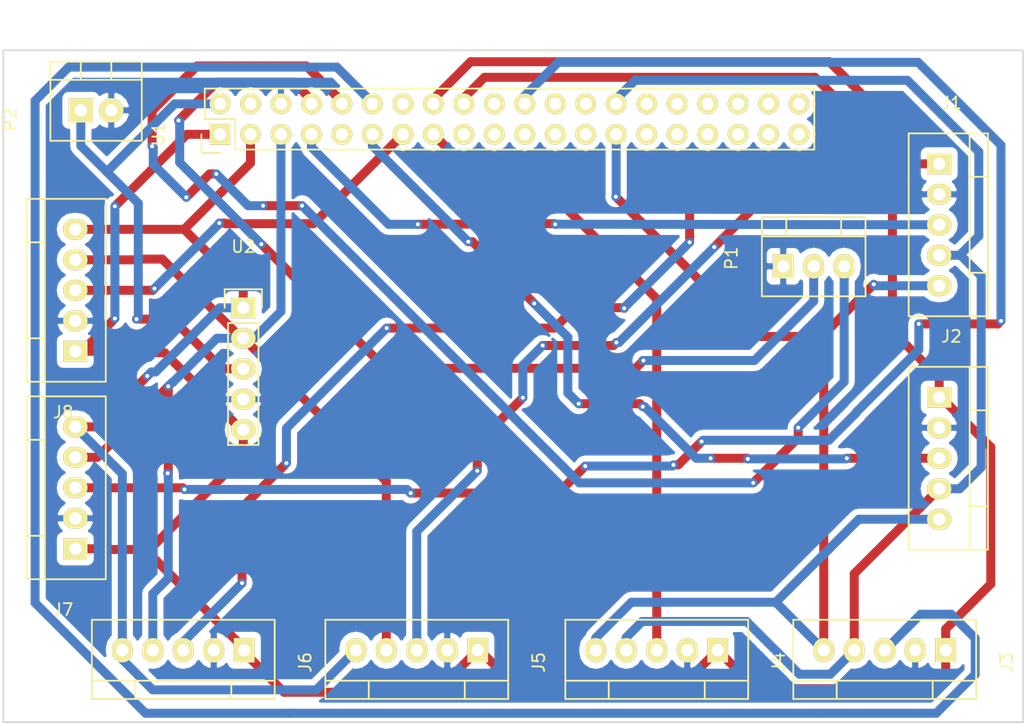
<source format=kicad_pcb>
(kicad_pcb (version 4) (host pcbnew 4.0.2+dfsg1-stable)

  (general
    (links 50)
    (no_connects 0)
    (area 24.4952 35.702856 110.075001 96.075001)
    (thickness 1.6)
    (drawings 4)
    (tracks 325)
    (zones 0)
    (modules 12)
    (nets 41)
  )

  (page A4)
  (layers
    (0 F.Cu signal)
    (31 B.Cu signal)
    (32 B.Adhes user)
    (33 F.Adhes user)
    (34 B.Paste user)
    (35 F.Paste user)
    (36 B.SilkS user)
    (37 F.SilkS user)
    (38 B.Mask user)
    (39 F.Mask user)
    (40 Dwgs.User user)
    (41 Cmts.User user)
    (42 Eco1.User user)
    (43 Eco2.User user)
    (44 Edge.Cuts user)
    (45 Margin user)
    (46 B.CrtYd user)
    (47 F.CrtYd user)
    (48 B.Fab user)
    (49 F.Fab user)
  )

  (setup
    (last_trace_width 0.75)
    (user_trace_width 0.75)
    (trace_clearance 0.1524)
    (zone_clearance 0.508)
    (zone_45_only no)
    (trace_min 0.1524)
    (segment_width 0.2)
    (edge_width 0.15)
    (via_size 0.6858)
    (via_drill 0.3302)
    (via_min_size 0.6858)
    (via_min_drill 0.3302)
    (uvia_size 0.762)
    (uvia_drill 0.508)
    (uvias_allowed no)
    (uvia_min_size 0)
    (uvia_min_drill 0)
    (pcb_text_width 0.3)
    (pcb_text_size 1.5 1.5)
    (mod_edge_width 0.15)
    (mod_text_size 1 1)
    (mod_text_width 0.15)
    (pad_size 1.524 1.524)
    (pad_drill 0.762)
    (pad_to_mask_clearance 0.2)
    (aux_axis_origin 0 0)
    (visible_elements FFFFFF7F)
    (pcbplotparams
      (layerselection 0x010f0_80000001)
      (usegerberextensions true)
      (excludeedgelayer true)
      (linewidth 0.100000)
      (plotframeref false)
      (viasonmask false)
      (mode 1)
      (useauxorigin false)
      (hpglpennumber 1)
      (hpglpenspeed 20)
      (hpglpendiameter 15)
      (hpglpenoverlay 2)
      (psnegative false)
      (psa4output false)
      (plotreference true)
      (plotvalue true)
      (plotinvisibletext false)
      (padsonsilk false)
      (subtractmaskfromsilk false)
      (outputformat 1)
      (mirror false)
      (drillshape 0)
      (scaleselection 1)
      (outputdirectory ""))
  )

  (net 0 "")
  (net 1 Vin)
  (net 2 GND)
  (net 3 nEN_FL)
  (net 4 I2C0_SCL)
  (net 5 I2C0_SDA)
  (net 6 nEN_FR)
  (net 7 nEN_BL)
  (net 8 nEN_BR)
  (net 9 nEN_LF)
  (net 10 I2C1_SCL)
  (net 11 I2C1_SDA)
  (net 12 nEN_LB)
  (net 13 nEN_RF)
  (net 14 nEN_RB)
  (net 15 5V_PWR_IN)
  (net 16 "Net-(U1-Pad4)")
  (net 17 "Net-(P1-Pad2)")
  (net 18 "Net-(U1-Pad9)")
  (net 19 "Net-(P1-Pad3)")
  (net 20 "Net-(U1-Pad14)")
  (net 21 "Net-(U1-Pad17)")
  (net 22 "Net-(U1-Pad19)")
  (net 23 "Net-(U1-Pad20)")
  (net 24 "Net-(U1-Pad21)")
  (net 25 "Net-(U1-Pad23)")
  (net 26 "Net-(U1-Pad24)")
  (net 27 "Net-(U1-Pad25)")
  (net 28 "Net-(U1-Pad26)")
  (net 29 "Net-(U1-Pad29)")
  (net 30 "Net-(U1-Pad30)")
  (net 31 "Net-(U1-Pad31)")
  (net 32 "Net-(U1-Pad32)")
  (net 33 "Net-(U1-Pad33)")
  (net 34 "Net-(U1-Pad34)")
  (net 35 "Net-(U1-Pad35)")
  (net 36 "Net-(U1-Pad36)")
  (net 37 "Net-(U1-Pad37)")
  (net 38 "Net-(U1-Pad38)")
  (net 39 "Net-(U1-Pad39)")
  (net 40 "Net-(U1-Pad40)")

  (net_class Default "This is the default net class."
    (clearance 0.1524)
    (trace_width 0.1524)
    (via_dia 0.6858)
    (via_drill 0.3302)
    (uvia_dia 0.762)
    (uvia_drill 0.508)
  )

  (net_class Others ""
    (clearance 0.1524)
    (trace_width 0.508)
    (via_dia 0.6858)
    (via_drill 0.3302)
    (uvia_dia 0.762)
    (uvia_drill 0.508)
    (add_net I2C0_SCL)
    (add_net I2C0_SDA)
    (add_net I2C1_SCL)
    (add_net I2C1_SDA)
    (add_net "Net-(P1-Pad2)")
    (add_net "Net-(P1-Pad3)")
    (add_net "Net-(U1-Pad14)")
    (add_net "Net-(U1-Pad17)")
    (add_net "Net-(U1-Pad19)")
    (add_net "Net-(U1-Pad20)")
    (add_net "Net-(U1-Pad21)")
    (add_net "Net-(U1-Pad23)")
    (add_net "Net-(U1-Pad24)")
    (add_net "Net-(U1-Pad25)")
    (add_net "Net-(U1-Pad26)")
    (add_net "Net-(U1-Pad29)")
    (add_net "Net-(U1-Pad30)")
    (add_net "Net-(U1-Pad31)")
    (add_net "Net-(U1-Pad32)")
    (add_net "Net-(U1-Pad33)")
    (add_net "Net-(U1-Pad34)")
    (add_net "Net-(U1-Pad35)")
    (add_net "Net-(U1-Pad36)")
    (add_net "Net-(U1-Pad37)")
    (add_net "Net-(U1-Pad38)")
    (add_net "Net-(U1-Pad39)")
    (add_net "Net-(U1-Pad4)")
    (add_net "Net-(U1-Pad40)")
    (add_net "Net-(U1-Pad9)")
    (add_net nEN_BL)
    (add_net nEN_BR)
    (add_net nEN_FL)
    (add_net nEN_FR)
    (add_net nEN_LB)
    (add_net nEN_LF)
    (add_net nEN_RB)
    (add_net nEN_RF)
  )

  (net_class Power ""
    (clearance 0.1524)
    (trace_width 1.27)
    (via_dia 0.6858)
    (via_drill 0.3302)
    (uvia_dia 0.762)
    (uvia_drill 0.508)
    (add_net 5V_PWR_IN)
    (add_net GND)
    (add_net Vin)
  )

  (module "Pi Cape Footprints:Pin_Header_Latched_1x05" (layer F.Cu) (tedit 5AB0600C) (tstamp 5AB0749A)
    (at 87.08 87.46 270)
    (descr "Through hole pin header")
    (tags "pin header")
    (path /5AAB7920/5AAB6BB7/5AAB57E4)
    (fp_text reference J4 (at 3.556 -2.54 270) (layer F.SilkS)
      (effects (font (size 1 1) (thickness 0.15)))
    )
    (fp_text value Dist_Sensor (at 3.429 -1.143 270) (layer F.Fab)
      (effects (font (size 1 1) (thickness 0.15)))
    )
    (fp_line (start 0 15.24) (end 6.6 15.24) (layer F.SilkS) (width 0.15))
    (fp_line (start 0 0) (end 6.6 0) (layer F.SilkS) (width 0.15))
    (fp_line (start 6.6 0) (end 6.6 15.24) (layer F.SilkS) (width 0.15))
    (fp_line (start 5.08 11.62) (end 6.6 11.62) (layer F.SilkS) (width 0.15))
    (fp_line (start 5.08 3.62) (end 6.6 3.62) (layer F.SilkS) (width 0.15))
    (fp_line (start 5.08 1.27) (end 5.08 0) (layer F.SilkS) (width 0.15))
    (fp_line (start 0 1.27) (end 0 0) (layer F.SilkS) (width 0.15))
    (fp_line (start 0 13.97) (end 0 15.24) (layer F.SilkS) (width 0.15))
    (fp_line (start 5.08 13.97) (end 5.08 15.24) (layer F.SilkS) (width 0.15))
    (fp_line (start 0 3.81) (end 0 1.27) (layer F.SilkS) (width 0.15))
    (fp_line (start 5.08 1.27) (end 5.08 3.81) (layer F.SilkS) (width 0.15))
    (fp_line (start 5.08 3.81) (end 5.08 13.97) (layer F.SilkS) (width 0.15))
    (fp_line (start 0 13.97) (end 0 3.81) (layer F.SilkS) (width 0.15))
    (pad 1 thru_hole rect (at 2.54 2.54 270) (size 2.032 1.7272) (drill 1.016) (layers *.Cu *.Mask F.SilkS)
      (net 1 Vin))
    (pad 2 thru_hole oval (at 2.54 5.08 270) (size 2.032 1.7272) (drill 1.016) (layers *.Cu *.Mask F.SilkS)
      (net 2 GND))
    (pad 3 thru_hole oval (at 2.54 7.62 270) (size 2.032 1.7272) (drill 1.016) (layers *.Cu *.Mask F.SilkS)
      (net 8 nEN_BR))
    (pad 4 thru_hole oval (at 2.54 10.16 270) (size 2.032 1.7272) (drill 1.016) (layers *.Cu *.Mask F.SilkS)
      (net 4 I2C0_SCL))
    (pad 5 thru_hole oval (at 2.54 12.7 270) (size 2.032 1.7272) (drill 1.016) (layers *.Cu *.Mask F.SilkS)
      (net 5 I2C0_SDA))
    (model Pin_Headers.3dshapes/Pin_Header_Straight_1x05.wrl
      (at (xyz 0 -0.2 0))
      (scale (xyz 1 1 1))
      (rotate (xyz 0 0 90))
    )
  )

  (module "Pi Cape Footprints:Pin_Header_Latched_1x05" (layer F.Cu) (tedit 5AB0600C) (tstamp 5AB074DC)
    (at 33.54 84.08 180)
    (descr "Through hole pin header")
    (tags "pin header")
    (path /5AAB9EF4/5AAB6BB2/5AAB57E4)
    (fp_text reference J7 (at 3.556 -2.54 180) (layer F.SilkS)
      (effects (font (size 1 1) (thickness 0.15)))
    )
    (fp_text value Dist_Sensor (at 3.429 -1.143 180) (layer F.Fab)
      (effects (font (size 1 1) (thickness 0.15)))
    )
    (fp_line (start 0 15.24) (end 6.6 15.24) (layer F.SilkS) (width 0.15))
    (fp_line (start 0 0) (end 6.6 0) (layer F.SilkS) (width 0.15))
    (fp_line (start 6.6 0) (end 6.6 15.24) (layer F.SilkS) (width 0.15))
    (fp_line (start 5.08 11.62) (end 6.6 11.62) (layer F.SilkS) (width 0.15))
    (fp_line (start 5.08 3.62) (end 6.6 3.62) (layer F.SilkS) (width 0.15))
    (fp_line (start 5.08 1.27) (end 5.08 0) (layer F.SilkS) (width 0.15))
    (fp_line (start 0 1.27) (end 0 0) (layer F.SilkS) (width 0.15))
    (fp_line (start 0 13.97) (end 0 15.24) (layer F.SilkS) (width 0.15))
    (fp_line (start 5.08 13.97) (end 5.08 15.24) (layer F.SilkS) (width 0.15))
    (fp_line (start 0 3.81) (end 0 1.27) (layer F.SilkS) (width 0.15))
    (fp_line (start 5.08 1.27) (end 5.08 3.81) (layer F.SilkS) (width 0.15))
    (fp_line (start 5.08 3.81) (end 5.08 13.97) (layer F.SilkS) (width 0.15))
    (fp_line (start 0 13.97) (end 0 3.81) (layer F.SilkS) (width 0.15))
    (pad 1 thru_hole rect (at 2.54 2.54 180) (size 2.032 1.7272) (drill 1.016) (layers *.Cu *.Mask F.SilkS)
      (net 1 Vin))
    (pad 2 thru_hole oval (at 2.54 5.08 180) (size 2.032 1.7272) (drill 1.016) (layers *.Cu *.Mask F.SilkS)
      (net 2 GND))
    (pad 3 thru_hole oval (at 2.54 7.62 180) (size 2.032 1.7272) (drill 1.016) (layers *.Cu *.Mask F.SilkS)
      (net 13 nEN_RF))
    (pad 4 thru_hole oval (at 2.54 10.16 180) (size 2.032 1.7272) (drill 1.016) (layers *.Cu *.Mask F.SilkS)
      (net 10 I2C1_SCL))
    (pad 5 thru_hole oval (at 2.54 12.7 180) (size 2.032 1.7272) (drill 1.016) (layers *.Cu *.Mask F.SilkS)
      (net 11 I2C1_SDA))
    (model Pin_Headers.3dshapes/Pin_Header_Straight_1x05.wrl
      (at (xyz 0 -0.2 0))
      (scale (xyz 1 1 1))
      (rotate (xyz 0 0 90))
    )
  )

  (module "Pi Cape Footprints:Pin_Header_Latched_1x05" (layer F.Cu) (tedit 5AB0600C) (tstamp 5AB07458)
    (at 100.46 46.92)
    (descr "Through hole pin header")
    (tags "pin header")
    (path /5AAB7920/5AAB6396/5AAB57E4)
    (fp_text reference J1 (at 3.556 -2.54) (layer F.SilkS)
      (effects (font (size 1 1) (thickness 0.15)))
    )
    (fp_text value Dist_Sensor (at 3.429 -1.143) (layer F.Fab)
      (effects (font (size 1 1) (thickness 0.15)))
    )
    (fp_line (start 0 15.24) (end 6.6 15.24) (layer F.SilkS) (width 0.15))
    (fp_line (start 0 0) (end 6.6 0) (layer F.SilkS) (width 0.15))
    (fp_line (start 6.6 0) (end 6.6 15.24) (layer F.SilkS) (width 0.15))
    (fp_line (start 5.08 11.62) (end 6.6 11.62) (layer F.SilkS) (width 0.15))
    (fp_line (start 5.08 3.62) (end 6.6 3.62) (layer F.SilkS) (width 0.15))
    (fp_line (start 5.08 1.27) (end 5.08 0) (layer F.SilkS) (width 0.15))
    (fp_line (start 0 1.27) (end 0 0) (layer F.SilkS) (width 0.15))
    (fp_line (start 0 13.97) (end 0 15.24) (layer F.SilkS) (width 0.15))
    (fp_line (start 5.08 13.97) (end 5.08 15.24) (layer F.SilkS) (width 0.15))
    (fp_line (start 0 3.81) (end 0 1.27) (layer F.SilkS) (width 0.15))
    (fp_line (start 5.08 1.27) (end 5.08 3.81) (layer F.SilkS) (width 0.15))
    (fp_line (start 5.08 3.81) (end 5.08 13.97) (layer F.SilkS) (width 0.15))
    (fp_line (start 0 13.97) (end 0 3.81) (layer F.SilkS) (width 0.15))
    (pad 1 thru_hole rect (at 2.54 2.54) (size 2.032 1.7272) (drill 1.016) (layers *.Cu *.Mask F.SilkS)
      (net 1 Vin))
    (pad 2 thru_hole oval (at 2.54 5.08) (size 2.032 1.7272) (drill 1.016) (layers *.Cu *.Mask F.SilkS)
      (net 2 GND))
    (pad 3 thru_hole oval (at 2.54 7.62) (size 2.032 1.7272) (drill 1.016) (layers *.Cu *.Mask F.SilkS)
      (net 3 nEN_FL))
    (pad 4 thru_hole oval (at 2.54 10.16) (size 2.032 1.7272) (drill 1.016) (layers *.Cu *.Mask F.SilkS)
      (net 4 I2C0_SCL))
    (pad 5 thru_hole oval (at 2.54 12.7) (size 2.032 1.7272) (drill 1.016) (layers *.Cu *.Mask F.SilkS)
      (net 5 I2C0_SDA))
    (model Pin_Headers.3dshapes/Pin_Header_Straight_1x05.wrl
      (at (xyz 0 -0.2 0))
      (scale (xyz 1 1 1))
      (rotate (xyz 0 0 90))
    )
  )

  (module "Pi Cape Footprints:Pin_Header_Latched_1x05" (layer F.Cu) (tedit 5AB0600C) (tstamp 5AB0746E)
    (at 100.46 66.38)
    (descr "Through hole pin header")
    (tags "pin header")
    (path /5AAB7920/5AAB6799/5AAB57E4)
    (fp_text reference J2 (at 3.556 -2.54) (layer F.SilkS)
      (effects (font (size 1 1) (thickness 0.15)))
    )
    (fp_text value Dist_Sensor (at 3.429 -1.143) (layer F.Fab)
      (effects (font (size 1 1) (thickness 0.15)))
    )
    (fp_line (start 0 15.24) (end 6.6 15.24) (layer F.SilkS) (width 0.15))
    (fp_line (start 0 0) (end 6.6 0) (layer F.SilkS) (width 0.15))
    (fp_line (start 6.6 0) (end 6.6 15.24) (layer F.SilkS) (width 0.15))
    (fp_line (start 5.08 11.62) (end 6.6 11.62) (layer F.SilkS) (width 0.15))
    (fp_line (start 5.08 3.62) (end 6.6 3.62) (layer F.SilkS) (width 0.15))
    (fp_line (start 5.08 1.27) (end 5.08 0) (layer F.SilkS) (width 0.15))
    (fp_line (start 0 1.27) (end 0 0) (layer F.SilkS) (width 0.15))
    (fp_line (start 0 13.97) (end 0 15.24) (layer F.SilkS) (width 0.15))
    (fp_line (start 5.08 13.97) (end 5.08 15.24) (layer F.SilkS) (width 0.15))
    (fp_line (start 0 3.81) (end 0 1.27) (layer F.SilkS) (width 0.15))
    (fp_line (start 5.08 1.27) (end 5.08 3.81) (layer F.SilkS) (width 0.15))
    (fp_line (start 5.08 3.81) (end 5.08 13.97) (layer F.SilkS) (width 0.15))
    (fp_line (start 0 13.97) (end 0 3.81) (layer F.SilkS) (width 0.15))
    (pad 1 thru_hole rect (at 2.54 2.54) (size 2.032 1.7272) (drill 1.016) (layers *.Cu *.Mask F.SilkS)
      (net 1 Vin))
    (pad 2 thru_hole oval (at 2.54 5.08) (size 2.032 1.7272) (drill 1.016) (layers *.Cu *.Mask F.SilkS)
      (net 2 GND))
    (pad 3 thru_hole oval (at 2.54 7.62) (size 2.032 1.7272) (drill 1.016) (layers *.Cu *.Mask F.SilkS)
      (net 6 nEN_FR))
    (pad 4 thru_hole oval (at 2.54 10.16) (size 2.032 1.7272) (drill 1.016) (layers *.Cu *.Mask F.SilkS)
      (net 4 I2C0_SCL))
    (pad 5 thru_hole oval (at 2.54 12.7) (size 2.032 1.7272) (drill 1.016) (layers *.Cu *.Mask F.SilkS)
      (net 5 I2C0_SDA))
    (model Pin_Headers.3dshapes/Pin_Header_Straight_1x05.wrl
      (at (xyz 0 -0.2 0))
      (scale (xyz 1 1 1))
      (rotate (xyz 0 0 90))
    )
  )

  (module "Pi Cape Footprints:Pin_Header_Latched_1x05" (layer F.Cu) (tedit 5AB0600C) (tstamp 5AB07484)
    (at 106.08 87.46 270)
    (descr "Through hole pin header")
    (tags "pin header")
    (path /5AAB7920/5AAB6BB2/5AAB57E4)
    (fp_text reference J3 (at 3.556 -2.54 270) (layer F.SilkS)
      (effects (font (size 1 1) (thickness 0.15)))
    )
    (fp_text value Dist_Sensor (at 3.429 -1.143 270) (layer F.Fab)
      (effects (font (size 1 1) (thickness 0.15)))
    )
    (fp_line (start 0 15.24) (end 6.6 15.24) (layer F.SilkS) (width 0.15))
    (fp_line (start 0 0) (end 6.6 0) (layer F.SilkS) (width 0.15))
    (fp_line (start 6.6 0) (end 6.6 15.24) (layer F.SilkS) (width 0.15))
    (fp_line (start 5.08 11.62) (end 6.6 11.62) (layer F.SilkS) (width 0.15))
    (fp_line (start 5.08 3.62) (end 6.6 3.62) (layer F.SilkS) (width 0.15))
    (fp_line (start 5.08 1.27) (end 5.08 0) (layer F.SilkS) (width 0.15))
    (fp_line (start 0 1.27) (end 0 0) (layer F.SilkS) (width 0.15))
    (fp_line (start 0 13.97) (end 0 15.24) (layer F.SilkS) (width 0.15))
    (fp_line (start 5.08 13.97) (end 5.08 15.24) (layer F.SilkS) (width 0.15))
    (fp_line (start 0 3.81) (end 0 1.27) (layer F.SilkS) (width 0.15))
    (fp_line (start 5.08 1.27) (end 5.08 3.81) (layer F.SilkS) (width 0.15))
    (fp_line (start 5.08 3.81) (end 5.08 13.97) (layer F.SilkS) (width 0.15))
    (fp_line (start 0 13.97) (end 0 3.81) (layer F.SilkS) (width 0.15))
    (pad 1 thru_hole rect (at 2.54 2.54 270) (size 2.032 1.7272) (drill 1.016) (layers *.Cu *.Mask F.SilkS)
      (net 1 Vin))
    (pad 2 thru_hole oval (at 2.54 5.08 270) (size 2.032 1.7272) (drill 1.016) (layers *.Cu *.Mask F.SilkS)
      (net 2 GND))
    (pad 3 thru_hole oval (at 2.54 7.62 270) (size 2.032 1.7272) (drill 1.016) (layers *.Cu *.Mask F.SilkS)
      (net 7 nEN_BL))
    (pad 4 thru_hole oval (at 2.54 10.16 270) (size 2.032 1.7272) (drill 1.016) (layers *.Cu *.Mask F.SilkS)
      (net 4 I2C0_SCL))
    (pad 5 thru_hole oval (at 2.54 12.7 270) (size 2.032 1.7272) (drill 1.016) (layers *.Cu *.Mask F.SilkS)
      (net 5 I2C0_SDA))
    (model Pin_Headers.3dshapes/Pin_Header_Straight_1x05.wrl
      (at (xyz 0 -0.2 0))
      (scale (xyz 1 1 1))
      (rotate (xyz 0 0 90))
    )
  )

  (module "Pi Cape Footprints:Pin_Header_Latched_1x05" (layer F.Cu) (tedit 5AB0600C) (tstamp 5AB074B0)
    (at 67.08 87.46 270)
    (descr "Through hole pin header")
    (tags "pin header")
    (path /5AAB9EF4/5AAB6396/5AAB57E4)
    (fp_text reference J5 (at 3.556 -2.54 270) (layer F.SilkS)
      (effects (font (size 1 1) (thickness 0.15)))
    )
    (fp_text value Dist_Sensor (at 3.429 -1.143 270) (layer F.Fab)
      (effects (font (size 1 1) (thickness 0.15)))
    )
    (fp_line (start 0 15.24) (end 6.6 15.24) (layer F.SilkS) (width 0.15))
    (fp_line (start 0 0) (end 6.6 0) (layer F.SilkS) (width 0.15))
    (fp_line (start 6.6 0) (end 6.6 15.24) (layer F.SilkS) (width 0.15))
    (fp_line (start 5.08 11.62) (end 6.6 11.62) (layer F.SilkS) (width 0.15))
    (fp_line (start 5.08 3.62) (end 6.6 3.62) (layer F.SilkS) (width 0.15))
    (fp_line (start 5.08 1.27) (end 5.08 0) (layer F.SilkS) (width 0.15))
    (fp_line (start 0 1.27) (end 0 0) (layer F.SilkS) (width 0.15))
    (fp_line (start 0 13.97) (end 0 15.24) (layer F.SilkS) (width 0.15))
    (fp_line (start 5.08 13.97) (end 5.08 15.24) (layer F.SilkS) (width 0.15))
    (fp_line (start 0 3.81) (end 0 1.27) (layer F.SilkS) (width 0.15))
    (fp_line (start 5.08 1.27) (end 5.08 3.81) (layer F.SilkS) (width 0.15))
    (fp_line (start 5.08 3.81) (end 5.08 13.97) (layer F.SilkS) (width 0.15))
    (fp_line (start 0 13.97) (end 0 3.81) (layer F.SilkS) (width 0.15))
    (pad 1 thru_hole rect (at 2.54 2.54 270) (size 2.032 1.7272) (drill 1.016) (layers *.Cu *.Mask F.SilkS)
      (net 1 Vin))
    (pad 2 thru_hole oval (at 2.54 5.08 270) (size 2.032 1.7272) (drill 1.016) (layers *.Cu *.Mask F.SilkS)
      (net 2 GND))
    (pad 3 thru_hole oval (at 2.54 7.62 270) (size 2.032 1.7272) (drill 1.016) (layers *.Cu *.Mask F.SilkS)
      (net 9 nEN_LF))
    (pad 4 thru_hole oval (at 2.54 10.16 270) (size 2.032 1.7272) (drill 1.016) (layers *.Cu *.Mask F.SilkS)
      (net 10 I2C1_SCL))
    (pad 5 thru_hole oval (at 2.54 12.7 270) (size 2.032 1.7272) (drill 1.016) (layers *.Cu *.Mask F.SilkS)
      (net 11 I2C1_SDA))
    (model Pin_Headers.3dshapes/Pin_Header_Straight_1x05.wrl
      (at (xyz 0 -0.2 0))
      (scale (xyz 1 1 1))
      (rotate (xyz 0 0 90))
    )
  )

  (module "Pi Cape Footprints:Pin_Header_Latched_1x05" (layer F.Cu) (tedit 5AB0600C) (tstamp 5AB074C6)
    (at 47.62 87.46 270)
    (descr "Through hole pin header")
    (tags "pin header")
    (path /5AAB9EF4/5AAB6799/5AAB57E4)
    (fp_text reference J6 (at 3.556 -2.54 270) (layer F.SilkS)
      (effects (font (size 1 1) (thickness 0.15)))
    )
    (fp_text value Dist_Sensor (at 3.429 -1.143 270) (layer F.Fab)
      (effects (font (size 1 1) (thickness 0.15)))
    )
    (fp_line (start 0 15.24) (end 6.6 15.24) (layer F.SilkS) (width 0.15))
    (fp_line (start 0 0) (end 6.6 0) (layer F.SilkS) (width 0.15))
    (fp_line (start 6.6 0) (end 6.6 15.24) (layer F.SilkS) (width 0.15))
    (fp_line (start 5.08 11.62) (end 6.6 11.62) (layer F.SilkS) (width 0.15))
    (fp_line (start 5.08 3.62) (end 6.6 3.62) (layer F.SilkS) (width 0.15))
    (fp_line (start 5.08 1.27) (end 5.08 0) (layer F.SilkS) (width 0.15))
    (fp_line (start 0 1.27) (end 0 0) (layer F.SilkS) (width 0.15))
    (fp_line (start 0 13.97) (end 0 15.24) (layer F.SilkS) (width 0.15))
    (fp_line (start 5.08 13.97) (end 5.08 15.24) (layer F.SilkS) (width 0.15))
    (fp_line (start 0 3.81) (end 0 1.27) (layer F.SilkS) (width 0.15))
    (fp_line (start 5.08 1.27) (end 5.08 3.81) (layer F.SilkS) (width 0.15))
    (fp_line (start 5.08 3.81) (end 5.08 13.97) (layer F.SilkS) (width 0.15))
    (fp_line (start 0 13.97) (end 0 3.81) (layer F.SilkS) (width 0.15))
    (pad 1 thru_hole rect (at 2.54 2.54 270) (size 2.032 1.7272) (drill 1.016) (layers *.Cu *.Mask F.SilkS)
      (net 1 Vin))
    (pad 2 thru_hole oval (at 2.54 5.08 270) (size 2.032 1.7272) (drill 1.016) (layers *.Cu *.Mask F.SilkS)
      (net 2 GND))
    (pad 3 thru_hole oval (at 2.54 7.62 270) (size 2.032 1.7272) (drill 1.016) (layers *.Cu *.Mask F.SilkS)
      (net 12 nEN_LB))
    (pad 4 thru_hole oval (at 2.54 10.16 270) (size 2.032 1.7272) (drill 1.016) (layers *.Cu *.Mask F.SilkS)
      (net 10 I2C1_SCL))
    (pad 5 thru_hole oval (at 2.54 12.7 270) (size 2.032 1.7272) (drill 1.016) (layers *.Cu *.Mask F.SilkS)
      (net 11 I2C1_SDA))
    (model Pin_Headers.3dshapes/Pin_Header_Straight_1x05.wrl
      (at (xyz 0 -0.2 0))
      (scale (xyz 1 1 1))
      (rotate (xyz 0 0 90))
    )
  )

  (module "Pi Cape Footprints:Pin_Header_Latched_1x05" (layer F.Cu) (tedit 5AB0600C) (tstamp 5AB074F2)
    (at 33.54 67.62 180)
    (descr "Through hole pin header")
    (tags "pin header")
    (path /5AAB9EF4/5AAB6BB7/5AAB57E4)
    (fp_text reference J8 (at 3.556 -2.54 180) (layer F.SilkS)
      (effects (font (size 1 1) (thickness 0.15)))
    )
    (fp_text value Dist_Sensor (at 3.429 -1.143 180) (layer F.Fab)
      (effects (font (size 1 1) (thickness 0.15)))
    )
    (fp_line (start 0 15.24) (end 6.6 15.24) (layer F.SilkS) (width 0.15))
    (fp_line (start 0 0) (end 6.6 0) (layer F.SilkS) (width 0.15))
    (fp_line (start 6.6 0) (end 6.6 15.24) (layer F.SilkS) (width 0.15))
    (fp_line (start 5.08 11.62) (end 6.6 11.62) (layer F.SilkS) (width 0.15))
    (fp_line (start 5.08 3.62) (end 6.6 3.62) (layer F.SilkS) (width 0.15))
    (fp_line (start 5.08 1.27) (end 5.08 0) (layer F.SilkS) (width 0.15))
    (fp_line (start 0 1.27) (end 0 0) (layer F.SilkS) (width 0.15))
    (fp_line (start 0 13.97) (end 0 15.24) (layer F.SilkS) (width 0.15))
    (fp_line (start 5.08 13.97) (end 5.08 15.24) (layer F.SilkS) (width 0.15))
    (fp_line (start 0 3.81) (end 0 1.27) (layer F.SilkS) (width 0.15))
    (fp_line (start 5.08 1.27) (end 5.08 3.81) (layer F.SilkS) (width 0.15))
    (fp_line (start 5.08 3.81) (end 5.08 13.97) (layer F.SilkS) (width 0.15))
    (fp_line (start 0 13.97) (end 0 3.81) (layer F.SilkS) (width 0.15))
    (pad 1 thru_hole rect (at 2.54 2.54 180) (size 2.032 1.7272) (drill 1.016) (layers *.Cu *.Mask F.SilkS)
      (net 1 Vin))
    (pad 2 thru_hole oval (at 2.54 5.08 180) (size 2.032 1.7272) (drill 1.016) (layers *.Cu *.Mask F.SilkS)
      (net 2 GND))
    (pad 3 thru_hole oval (at 2.54 7.62 180) (size 2.032 1.7272) (drill 1.016) (layers *.Cu *.Mask F.SilkS)
      (net 14 nEN_RB))
    (pad 4 thru_hole oval (at 2.54 10.16 180) (size 2.032 1.7272) (drill 1.016) (layers *.Cu *.Mask F.SilkS)
      (net 10 I2C1_SCL))
    (pad 5 thru_hole oval (at 2.54 12.7 180) (size 2.032 1.7272) (drill 1.016) (layers *.Cu *.Mask F.SilkS)
      (net 11 I2C1_SDA))
    (model Pin_Headers.3dshapes/Pin_Header_Straight_1x05.wrl
      (at (xyz 0 -0.2 0))
      (scale (xyz 1 1 1))
      (rotate (xyz 0 0 90))
    )
  )

  (module "Pi Cape Footprints:Pin_Header_Latched_1x02" (layer F.Cu) (tedit 5AB06524) (tstamp 5AB074FF)
    (at 28.92 47.54 90)
    (descr "Through hole pin header")
    (tags "pin header")
    (path /5AABF366)
    (fp_text reference P2 (at 1.7526 -3.3474 90) (layer F.SilkS)
      (effects (font (size 1 1) (thickness 0.15)))
    )
    (fp_text value 5V_PWR_FROM_REGULATOR (at 1.7526 -1.3474 90) (layer F.Fab)
      (effects (font (size 1 1) (thickness 0.15)))
    )
    (fp_line (start 5.08 5.08) (end 6.6 5.08) (layer F.SilkS) (width 0.15))
    (fp_line (start 5.08 2.54) (end 6.6 2.54) (layer F.SilkS) (width 0.15))
    (fp_line (start 5.08 0) (end 5.08 7.62) (layer F.SilkS) (width 0.15))
    (fp_line (start 6.6 0) (end 6.6 7.62) (layer F.SilkS) (width 0.15))
    (fp_line (start 0 7.62) (end 6.6 7.62) (layer F.SilkS) (width 0.15))
    (fp_line (start 0 0) (end 0 7.62) (layer F.SilkS) (width 0.15))
    (fp_line (start 0 0) (end 6.6 0) (layer F.SilkS) (width 0.15))
    (pad 1 thru_hole rect (at 2.54 2.54 90) (size 2.032 2.032) (drill 1.016) (layers *.Cu *.Mask F.SilkS)
      (net 15 5V_PWR_IN))
    (pad 2 thru_hole oval (at 2.54 5.08 90) (size 2.032 2.032) (drill 1.016) (layers *.Cu *.Mask F.SilkS)
      (net 2 GND))
    (model Pin_Headers.3dshapes/Pin_Header_Straight_1x02.wrl
      (at (xyz 0 -0.05 0))
      (scale (xyz 1 1 1))
      (rotate (xyz 0 0 90))
    )
  )

  (module Pin_Headers:Pin_Header_Straight_2x20 (layer F.Cu) (tedit 0) (tstamp 5AB0752B)
    (at 43.06 47 90)
    (descr "Through hole pin header")
    (tags "pin header")
    (path /5A988C03)
    (fp_text reference U1 (at 0 -5.1 90) (layer F.SilkS)
      (effects (font (size 1 1) (thickness 0.15)))
    )
    (fp_text value Raspberry_Pi_2_3 (at 0 -3.1 90) (layer F.Fab)
      (effects (font (size 1 1) (thickness 0.15)))
    )
    (fp_line (start -1.75 -1.75) (end -1.75 50.05) (layer F.CrtYd) (width 0.05))
    (fp_line (start 4.3 -1.75) (end 4.3 50.05) (layer F.CrtYd) (width 0.05))
    (fp_line (start -1.75 -1.75) (end 4.3 -1.75) (layer F.CrtYd) (width 0.05))
    (fp_line (start -1.75 50.05) (end 4.3 50.05) (layer F.CrtYd) (width 0.05))
    (fp_line (start 3.81 49.53) (end 3.81 -1.27) (layer F.SilkS) (width 0.15))
    (fp_line (start -1.27 1.27) (end -1.27 49.53) (layer F.SilkS) (width 0.15))
    (fp_line (start 3.81 49.53) (end -1.27 49.53) (layer F.SilkS) (width 0.15))
    (fp_line (start 3.81 -1.27) (end 1.27 -1.27) (layer F.SilkS) (width 0.15))
    (fp_line (start 0 -1.55) (end -1.55 -1.55) (layer F.SilkS) (width 0.15))
    (fp_line (start 1.27 -1.27) (end 1.27 1.27) (layer F.SilkS) (width 0.15))
    (fp_line (start 1.27 1.27) (end -1.27 1.27) (layer F.SilkS) (width 0.15))
    (fp_line (start -1.55 -1.55) (end -1.55 0) (layer F.SilkS) (width 0.15))
    (pad 1 thru_hole rect (at 0 0 90) (size 1.7272 1.7272) (drill 1.016) (layers *.Cu *.Mask F.SilkS)
      (net 1 Vin))
    (pad 2 thru_hole oval (at 2.54 0 90) (size 1.7272 1.7272) (drill 1.016) (layers *.Cu *.Mask F.SilkS)
      (net 15 5V_PWR_IN))
    (pad 3 thru_hole oval (at 0 2.54 90) (size 1.7272 1.7272) (drill 1.016) (layers *.Cu *.Mask F.SilkS)
      (net 11 I2C1_SDA))
    (pad 4 thru_hole oval (at 2.54 2.54 90) (size 1.7272 1.7272) (drill 1.016) (layers *.Cu *.Mask F.SilkS)
      (net 16 "Net-(U1-Pad4)"))
    (pad 5 thru_hole oval (at 0 5.08 90) (size 1.7272 1.7272) (drill 1.016) (layers *.Cu *.Mask F.SilkS)
      (net 10 I2C1_SCL))
    (pad 6 thru_hole oval (at 2.54 5.08 90) (size 1.7272 1.7272) (drill 1.016) (layers *.Cu *.Mask F.SilkS)
      (net 2 GND))
    (pad 7 thru_hole oval (at 0 7.62 90) (size 1.7272 1.7272) (drill 1.016) (layers *.Cu *.Mask F.SilkS)
      (net 3 nEN_FL))
    (pad 8 thru_hole oval (at 2.54 7.62 90) (size 1.7272 1.7272) (drill 1.016) (layers *.Cu *.Mask F.SilkS)
      (net 17 "Net-(P1-Pad2)"))
    (pad 9 thru_hole oval (at 0 10.16 90) (size 1.7272 1.7272) (drill 1.016) (layers *.Cu *.Mask F.SilkS)
      (net 18 "Net-(U1-Pad9)"))
    (pad 10 thru_hole oval (at 2.54 10.16 90) (size 1.7272 1.7272) (drill 1.016) (layers *.Cu *.Mask F.SilkS)
      (net 19 "Net-(P1-Pad3)"))
    (pad 11 thru_hole oval (at 0 12.7 90) (size 1.7272 1.7272) (drill 1.016) (layers *.Cu *.Mask F.SilkS)
      (net 6 nEN_FR))
    (pad 12 thru_hole oval (at 2.54 12.7 90) (size 1.7272 1.7272) (drill 1.016) (layers *.Cu *.Mask F.SilkS)
      (net 7 nEN_BL))
    (pad 13 thru_hole oval (at 0 15.24 90) (size 1.7272 1.7272) (drill 1.016) (layers *.Cu *.Mask F.SilkS)
      (net 14 nEN_RB))
    (pad 14 thru_hole oval (at 2.54 15.24 90) (size 1.7272 1.7272) (drill 1.016) (layers *.Cu *.Mask F.SilkS)
      (net 20 "Net-(U1-Pad14)"))
    (pad 15 thru_hole oval (at 0 17.78 90) (size 1.7272 1.7272) (drill 1.016) (layers *.Cu *.Mask F.SilkS)
      (net 8 nEN_BR))
    (pad 16 thru_hole oval (at 2.54 17.78 90) (size 1.7272 1.7272) (drill 1.016) (layers *.Cu *.Mask F.SilkS)
      (net 9 nEN_LF))
    (pad 17 thru_hole oval (at 0 20.32 90) (size 1.7272 1.7272) (drill 1.016) (layers *.Cu *.Mask F.SilkS)
      (net 21 "Net-(U1-Pad17)"))
    (pad 18 thru_hole oval (at 2.54 20.32 90) (size 1.7272 1.7272) (drill 1.016) (layers *.Cu *.Mask F.SilkS)
      (net 12 nEN_LB))
    (pad 19 thru_hole oval (at 0 22.86 90) (size 1.7272 1.7272) (drill 1.016) (layers *.Cu *.Mask F.SilkS)
      (net 22 "Net-(U1-Pad19)"))
    (pad 20 thru_hole oval (at 2.54 22.86 90) (size 1.7272 1.7272) (drill 1.016) (layers *.Cu *.Mask F.SilkS)
      (net 23 "Net-(U1-Pad20)"))
    (pad 21 thru_hole oval (at 0 25.4 90) (size 1.7272 1.7272) (drill 1.016) (layers *.Cu *.Mask F.SilkS)
      (net 24 "Net-(U1-Pad21)"))
    (pad 22 thru_hole oval (at 2.54 25.4 90) (size 1.7272 1.7272) (drill 1.016) (layers *.Cu *.Mask F.SilkS)
      (net 13 nEN_RF))
    (pad 23 thru_hole oval (at 0 27.94 90) (size 1.7272 1.7272) (drill 1.016) (layers *.Cu *.Mask F.SilkS)
      (net 25 "Net-(U1-Pad23)"))
    (pad 24 thru_hole oval (at 2.54 27.94 90) (size 1.7272 1.7272) (drill 1.016) (layers *.Cu *.Mask F.SilkS)
      (net 26 "Net-(U1-Pad24)"))
    (pad 25 thru_hole oval (at 0 30.48 90) (size 1.7272 1.7272) (drill 1.016) (layers *.Cu *.Mask F.SilkS)
      (net 27 "Net-(U1-Pad25)"))
    (pad 26 thru_hole oval (at 2.54 30.48 90) (size 1.7272 1.7272) (drill 1.016) (layers *.Cu *.Mask F.SilkS)
      (net 28 "Net-(U1-Pad26)"))
    (pad 27 thru_hole oval (at 0 33.02 90) (size 1.7272 1.7272) (drill 1.016) (layers *.Cu *.Mask F.SilkS)
      (net 5 I2C0_SDA))
    (pad 28 thru_hole oval (at 2.54 33.02 90) (size 1.7272 1.7272) (drill 1.016) (layers *.Cu *.Mask F.SilkS)
      (net 4 I2C0_SCL))
    (pad 29 thru_hole oval (at 0 35.56 90) (size 1.7272 1.7272) (drill 1.016) (layers *.Cu *.Mask F.SilkS)
      (net 29 "Net-(U1-Pad29)"))
    (pad 30 thru_hole oval (at 2.54 35.56 90) (size 1.7272 1.7272) (drill 1.016) (layers *.Cu *.Mask F.SilkS)
      (net 30 "Net-(U1-Pad30)"))
    (pad 31 thru_hole oval (at 0 38.1 90) (size 1.7272 1.7272) (drill 1.016) (layers *.Cu *.Mask F.SilkS)
      (net 31 "Net-(U1-Pad31)"))
    (pad 32 thru_hole oval (at 2.54 38.1 90) (size 1.7272 1.7272) (drill 1.016) (layers *.Cu *.Mask F.SilkS)
      (net 32 "Net-(U1-Pad32)"))
    (pad 33 thru_hole oval (at 0 40.64 90) (size 1.7272 1.7272) (drill 1.016) (layers *.Cu *.Mask F.SilkS)
      (net 33 "Net-(U1-Pad33)"))
    (pad 34 thru_hole oval (at 2.54 40.64 90) (size 1.7272 1.7272) (drill 1.016) (layers *.Cu *.Mask F.SilkS)
      (net 34 "Net-(U1-Pad34)"))
    (pad 35 thru_hole oval (at 0 43.18 90) (size 1.7272 1.7272) (drill 1.016) (layers *.Cu *.Mask F.SilkS)
      (net 35 "Net-(U1-Pad35)"))
    (pad 36 thru_hole oval (at 2.54 43.18 90) (size 1.7272 1.7272) (drill 1.016) (layers *.Cu *.Mask F.SilkS)
      (net 36 "Net-(U1-Pad36)"))
    (pad 37 thru_hole oval (at 0 45.72 90) (size 1.7272 1.7272) (drill 1.016) (layers *.Cu *.Mask F.SilkS)
      (net 37 "Net-(U1-Pad37)"))
    (pad 38 thru_hole oval (at 2.54 45.72 90) (size 1.7272 1.7272) (drill 1.016) (layers *.Cu *.Mask F.SilkS)
      (net 38 "Net-(U1-Pad38)"))
    (pad 39 thru_hole oval (at 0 48.26 90) (size 1.7272 1.7272) (drill 1.016) (layers *.Cu *.Mask F.SilkS)
      (net 39 "Net-(U1-Pad39)"))
    (pad 40 thru_hole oval (at 2.54 48.26 90) (size 1.7272 1.7272) (drill 1.016) (layers *.Cu *.Mask F.SilkS)
      (net 40 "Net-(U1-Pad40)"))
    (model Pin_Headers.3dshapes/Pin_Header_Straight_2x20.wrl
      (at (xyz 0.05 -0.95 0))
      (scale (xyz 1 1 1))
      (rotate (xyz 0 0 90))
    )
  )

  (module "Pi Cape Footprints:Pin_Header_Latched_1x03" (layer F.Cu) (tedit 5AB05EEA) (tstamp 5AB0755A)
    (at 88.222 60.5 90)
    (descr "Through hole pin header")
    (tags "pin header")
    (path /5AB07671)
    (fp_text reference P1 (at 3.175 -2.54 90) (layer F.SilkS)
      (effects (font (size 1 1) (thickness 0.15)))
    )
    (fp_text value Arduino_Interface (at 4.064 -1.27 90) (layer F.Fab)
      (effects (font (size 1 1) (thickness 0.15)))
    )
    (fp_line (start 0 0) (end 0 8.636) (layer F.SilkS) (width 0.15))
    (fp_line (start 6.6 0) (end 6.6 8.636) (layer F.SilkS) (width 0.15))
    (fp_line (start 5 6.604) (end 6.6 6.604) (layer F.SilkS) (width 0.15))
    (fp_line (start 5 2.032) (end 6.6 2.032) (layer F.SilkS) (width 0.15))
    (fp_line (start 5 8.636) (end 5 0) (layer F.SilkS) (width 0.15))
    (fp_line (start 0 8.636) (end 6.6 8.636) (layer F.SilkS) (width 0.15))
    (fp_line (start 0 0) (end 6.6 0) (layer F.SilkS) (width 0.15))
    (fp_line (start 0.028 0.028) (end 3.528 0.028) (layer F.CrtYd) (width 0.05))
    (fp_line (start 0.028 8.628) (end 3.528 8.628) (layer F.CrtYd) (width 0.05))
    (pad 1 thru_hole rect (at 2.5 1.778 90) (size 2.032 1.7272) (drill 1.016) (layers *.Cu *.Mask F.SilkS)
      (net 2 GND))
    (pad 2 thru_hole oval (at 2.5 4.318 90) (size 2.032 1.7272) (drill 1.016) (layers *.Cu *.Mask F.SilkS)
      (net 17 "Net-(P1-Pad2)"))
    (pad 3 thru_hole oval (at 2.5 6.858 90) (size 2.032 1.7272) (drill 1.016) (layers *.Cu *.Mask F.SilkS)
      (net 19 "Net-(P1-Pad3)"))
    (model Pin_Headers.3dshapes/Pin_Header_Straight_1x03.wrl
      (at (xyz 0 -0.1 0))
      (scale (xyz 1 1 1))
      (rotate (xyz 0 0 90))
    )
  )

  (module Pin_Headers:Pin_Header_Straight_1x05 (layer F.Cu) (tedit 54EA0684) (tstamp 5AB1BCA6)
    (at 45 61.46)
    (descr "Through hole pin header")
    (tags "pin header")
    (path /5AB1C163)
    (fp_text reference U2 (at 0 -5.1) (layer F.SilkS)
      (effects (font (size 1 1) (thickness 0.15)))
    )
    (fp_text value 7-segment_LED (at 0 -3.1) (layer F.Fab)
      (effects (font (size 1 1) (thickness 0.15)))
    )
    (fp_line (start -1.55 0) (end -1.55 -1.55) (layer F.SilkS) (width 0.15))
    (fp_line (start -1.55 -1.55) (end 1.55 -1.55) (layer F.SilkS) (width 0.15))
    (fp_line (start 1.55 -1.55) (end 1.55 0) (layer F.SilkS) (width 0.15))
    (fp_line (start -1.75 -1.75) (end -1.75 11.95) (layer F.CrtYd) (width 0.05))
    (fp_line (start 1.75 -1.75) (end 1.75 11.95) (layer F.CrtYd) (width 0.05))
    (fp_line (start -1.75 -1.75) (end 1.75 -1.75) (layer F.CrtYd) (width 0.05))
    (fp_line (start -1.75 11.95) (end 1.75 11.95) (layer F.CrtYd) (width 0.05))
    (fp_line (start 1.27 1.27) (end 1.27 11.43) (layer F.SilkS) (width 0.15))
    (fp_line (start 1.27 11.43) (end -1.27 11.43) (layer F.SilkS) (width 0.15))
    (fp_line (start -1.27 11.43) (end -1.27 1.27) (layer F.SilkS) (width 0.15))
    (fp_line (start 1.27 1.27) (end -1.27 1.27) (layer F.SilkS) (width 0.15))
    (pad 1 thru_hole rect (at 0 0) (size 2.032 1.7272) (drill 1.016) (layers *.Cu *.Mask F.SilkS)
      (net 11 I2C1_SDA))
    (pad 2 thru_hole oval (at 0 2.54) (size 2.032 1.7272) (drill 1.016) (layers *.Cu *.Mask F.SilkS)
      (net 10 I2C1_SCL))
    (pad 3 thru_hole oval (at 0 5.08) (size 2.032 1.7272) (drill 1.016) (layers *.Cu *.Mask F.SilkS)
      (net 15 5V_PWR_IN))
    (pad 4 thru_hole oval (at 0 7.62) (size 2.032 1.7272) (drill 1.016) (layers *.Cu *.Mask F.SilkS)
      (net 2 GND))
    (pad 5 thru_hole oval (at 0 10.16) (size 2.032 1.7272) (drill 1.016) (layers *.Cu *.Mask F.SilkS)
      (net 1 Vin))
    (model Pin_Headers.3dshapes/Pin_Header_Straight_1x05.wrl
      (at (xyz 0 -0.2 0))
      (scale (xyz 1 1 1))
      (rotate (xyz 0 0 90))
    )
  )

  (gr_line (start 110 40) (end 110 96) (layer Edge.Cuts) (width 0.15))
  (gr_line (start 25 96) (end 110 96) (layer Edge.Cuts) (width 0.15))
  (gr_line (start 25 40) (end 25 96) (layer Edge.Cuts) (width 0.15))
  (gr_line (start 25 40) (end 110 40) (layer Edge.Cuts) (width 0.15))

  (segment (start 43.06 47) (end 40.3 47) (width 0.75) (layer F.Cu) (net 1))
  (segment (start 34.3 62.35) (end 31.57 65.08) (width 0.75) (layer F.Cu) (net 1) (tstamp 5ABC07B4))
  (via (at 34.3 62.35) (size 0.6858) (drill 0.3302) (layers F.Cu B.Cu) (net 1))
  (segment (start 34.3 53) (end 34.3 62.35) (width 0.75) (layer B.Cu) (net 1) (tstamp 5ABC07AD))
  (via (at 34.3 53) (size 0.6858) (drill 0.3302) (layers F.Cu B.Cu) (net 1))
  (segment (start 40.3 47) (end 34.3 53) (width 0.75) (layer F.Cu) (net 1) (tstamp 5ABC07A4))
  (segment (start 31.57 65.08) (end 31 65.08) (width 0.75) (layer F.Cu) (net 1) (tstamp 5ABC07B5))
  (segment (start 45 71.62) (end 45 73.8) (width 0.75) (layer F.Cu) (net 1))
  (segment (start 37.0162 81.7838) (end 37.0162 81.6) (width 0.75) (layer F.Cu) (net 1) (tstamp 5ABC079C))
  (segment (start 45 73.8) (end 37.0162 81.7838) (width 0.75) (layer F.Cu) (net 1) (tstamp 5ABC0799))
  (segment (start 45.08 90) (end 45.08 90.18) (width 0.75) (layer F.Cu) (net 1))
  (segment (start 45.08 90.18) (end 48.4 93.5) (width 0.75) (layer F.Cu) (net 1) (tstamp 5ABC077D))
  (segment (start 61.04 93.5) (end 64.54 90) (width 0.75) (layer F.Cu) (net 1) (tstamp 5ABC0782))
  (segment (start 48.4 93.5) (end 61.04 93.5) (width 0.75) (layer F.Cu) (net 1) (tstamp 5ABC077F))
  (segment (start 64.54 90) (end 64.7 90) (width 0.75) (layer F.Cu) (net 1))
  (segment (start 64.7 90) (end 68.1 93.4) (width 0.75) (layer F.Cu) (net 1) (tstamp 5ABC076E))
  (segment (start 68.1 93.4) (end 81.14 93.4) (width 0.75) (layer F.Cu) (net 1) (tstamp 5ABC0771))
  (segment (start 81.14 93.4) (end 84.54 90) (width 0.75) (layer F.Cu) (net 1) (tstamp 5ABC0774))
  (segment (start 103.54 90) (end 103.54 91.71) (width 0.75) (layer F.Cu) (net 1))
  (segment (start 87.74 93.2) (end 84.54 90) (width 0.75) (layer F.Cu) (net 1) (tstamp 5ABC076A))
  (segment (start 102.05 93.2) (end 87.74 93.2) (width 0.75) (layer F.Cu) (net 1) (tstamp 5ABC0766))
  (segment (start 103.54 91.71) (end 102.05 93.2) (width 0.75) (layer F.Cu) (net 1) (tstamp 5ABC0762))
  (segment (start 107.3 84.474) (end 107.3 73.0676) (width 0.75) (layer F.Cu) (net 1))
  (segment (start 107.3 73.0676) (end 103.1524 68.92) (width 0.75) (layer F.Cu) (net 1))
  (segment (start 103.1524 68.92) (end 103 68.92) (width 0.75) (layer F.Cu) (net 1))
  (segment (start 103.54 90) (end 103.54 88.234) (width 0.75) (layer F.Cu) (net 1))
  (segment (start 103.54 88.234) (end 107.3 84.474) (width 0.75) (layer F.Cu) (net 1))
  (segment (start 99.1 51.594) (end 99.1 63.4064) (width 0.75) (layer F.Cu) (net 1))
  (segment (start 99.1 63.4064) (end 103 67.3064) (width 0.75) (layer F.Cu) (net 1))
  (segment (start 103 67.3064) (end 103 68.92) (width 0.75) (layer F.Cu) (net 1))
  (segment (start 103 49.46) (end 101.234 49.46) (width 0.75) (layer F.Cu) (net 1))
  (segment (start 101.234 49.46) (end 99.1 51.594) (width 0.75) (layer F.Cu) (net 1))
  (segment (start 32.826 81.6) (end 37.0162 81.6) (width 0.75) (layer F.Cu) (net 1))
  (segment (start 32.766 81.54) (end 32.826 81.6) (width 0.75) (layer F.Cu) (net 1))
  (segment (start 31 81.54) (end 32.766 81.54) (width 0.75) (layer F.Cu) (net 1))
  (segment (start 37.0162 81.6) (end 36.8324 81.6) (width 0.75) (layer F.Cu) (net 1) (tstamp 5ABC079D))
  (segment (start 36.8324 81.6) (end 45.08 89.8476) (width 0.75) (layer F.Cu) (net 1))
  (segment (start 45.08 89.8476) (end 45.08 90) (width 0.75) (layer F.Cu) (net 1))
  (segment (start 38.45 65.2) (end 38.45 65.2224) (width 0.75) (layer F.Cu) (net 1))
  (segment (start 38.45 65.2224) (end 44.8476 71.62) (width 0.75) (layer F.Cu) (net 1))
  (segment (start 44.8476 71.62) (end 45 71.62) (width 0.75) (layer F.Cu) (net 1))
  (segment (start 32.886 65.2) (end 38.45 65.2) (width 0.75) (layer F.Cu) (net 1))
  (segment (start 31 65.08) (end 32.766 65.08) (width 0.75) (layer F.Cu) (net 1))
  (segment (start 32.766 65.08) (end 32.886 65.2) (width 0.75) (layer F.Cu) (net 1))
  (segment (start 44.8476 69.08) (end 45 69.08) (width 0.75) (layer F.Cu) (net 2))
  (segment (start 103 54.54) (end 71.01 54.49) (width 0.75) (layer B.Cu) (net 3))
  (segment (start 50.68 48.08) (end 50.68 47) (width 0.75) (layer B.Cu) (net 3) (tstamp 5ABC0880))
  (segment (start 57.1 54.5) (end 50.68 48.08) (width 0.75) (layer B.Cu) (net 3) (tstamp 5ABC087E))
  (segment (start 59.55 54.5) (end 57.1 54.5) (width 0.75) (layer B.Cu) (net 3) (tstamp 5ABC087D))
  (via (at 59.55 54.5) (size 0.6858) (drill 0.3302) (layers F.Cu B.Cu) (net 3))
  (segment (start 70.95 54.45) (end 59.55 54.5) (width 0.75) (layer F.Cu) (net 3) (tstamp 5ABC0877))
  (segment (start 71 54.5) (end 70.95 54.45) (width 0.75) (layer F.Cu) (net 3) (tstamp 5ABC0876))
  (via (at 71 54.5) (size 0.6858) (drill 0.3302) (layers F.Cu B.Cu) (net 3))
  (segment (start 71.01 54.49) (end 71 54.5) (width 0.75) (layer B.Cu) (net 3) (tstamp 5ABC086F))
  (segment (start 76.08 44.46) (end 76.08 44.07) (width 0.75) (layer B.Cu) (net 4))
  (segment (start 76.08 44.07) (end 77.65 42.5) (width 0.75) (layer B.Cu) (net 4) (tstamp 5ABC0B5F))
  (segment (start 77.65 42.5) (end 100.35 42.5) (width 0.75) (layer B.Cu) (net 4) (tstamp 5ABC0B60))
  (segment (start 100.35 42.5) (end 106.3 48.45) (width 0.75) (layer B.Cu) (net 4) (tstamp 5ABC0B64))
  (segment (start 106.3 48.45) (end 106.3 55.48) (width 0.75) (layer B.Cu) (net 4) (tstamp 5ABC0B68))
  (segment (start 106.3 55.48) (end 104.7 57.08) (width 0.75) (layer B.Cu) (net 4) (tstamp 5ABC0B6A))
  (segment (start 103 57.08) (end 104.7 57.08) (width 0.75) (layer B.Cu) (net 4))
  (segment (start 104.7 57.08) (end 104.78 57.08) (width 0.75) (layer B.Cu) (net 4) (tstamp 5ABC094A))
  (segment (start 104.71 76.54) (end 103 76.54) (width 0.75) (layer B.Cu) (net 4) (tstamp 5ABC0940))
  (segment (start 106.5 74.75) (end 104.71 76.54) (width 0.75) (layer B.Cu) (net 4) (tstamp 5ABC093E))
  (segment (start 106.5 58.8) (end 106.5 74.75) (width 0.75) (layer B.Cu) (net 4) (tstamp 5ABC093A))
  (segment (start 104.78 57.08) (end 106.5 58.8) (width 0.75) (layer B.Cu) (net 4) (tstamp 5ABC0931))
  (segment (start 76.92 90) (end 76.92 88.93) (width 0.75) (layer B.Cu) (net 4))
  (segment (start 93.92 92) (end 95.92 90) (width 0.75) (layer B.Cu) (net 4) (tstamp 5ABC0927))
  (segment (start 91.35 92) (end 93.92 92) (width 0.75) (layer B.Cu) (net 4) (tstamp 5ABC0925))
  (segment (start 86.95 87.6) (end 91.35 92) (width 0.75) (layer B.Cu) (net 4) (tstamp 5ABC091D))
  (segment (start 78.25 87.6) (end 86.95 87.6) (width 0.75) (layer B.Cu) (net 4) (tstamp 5ABC0918))
  (segment (start 76.92 88.93) (end 78.25 87.6) (width 0.75) (layer B.Cu) (net 4) (tstamp 5ABC0914))
  (segment (start 95.92 90) (end 95.92 83.62) (width 0.75) (layer F.Cu) (net 4))
  (segment (start 95.92 83.62) (end 103 76.54) (width 0.75) (layer F.Cu) (net 4) (tstamp 5ABC075D))
  (segment (start 76.08 47) (end 76.08 52.17) (width 0.75) (layer B.Cu) (net 5))
  (segment (start 87.7 63.85) (end 93.38 63.85) (width 0.75) (layer F.Cu) (net 5) (tstamp 5ABC08C4))
  (segment (start 76.05 52.2) (end 87.7 63.85) (width 0.75) (layer F.Cu) (net 5) (tstamp 5ABC08C3))
  (via (at 76.05 52.2) (size 0.6858) (drill 0.3302) (layers F.Cu B.Cu) (net 5))
  (segment (start 76.08 52.17) (end 76.05 52.2) (width 0.75) (layer B.Cu) (net 5) (tstamp 5ABC08BC))
  (segment (start 103 79.08) (end 96.3 79.08) (width 0.75) (layer B.Cu) (net 5))
  (segment (start 96.3 79.08) (end 89.38 86) (width 0.75) (layer B.Cu) (net 5) (tstamp 5ABC0807))
  (segment (start 74.38 90) (end 74.38 88.97) (width 0.75) (layer B.Cu) (net 5))
  (segment (start 89.38 86) (end 93.38 90) (width 0.75) (layer B.Cu) (net 5) (tstamp 5ABC0803))
  (segment (start 77.35 86) (end 89.38 86) (width 0.75) (layer B.Cu) (net 5) (tstamp 5ABC0802))
  (segment (start 74.38 88.97) (end 77.35 86) (width 0.75) (layer B.Cu) (net 5) (tstamp 5ABC0800))
  (segment (start 93.38 90) (end 93.38 63.85) (width 0.75) (layer F.Cu) (net 5))
  (segment (start 93.38 63.85) (end 93.38 63.67) (width 0.75) (layer F.Cu) (net 5) (tstamp 5ABC08CD))
  (segment (start 97.67 59.62) (end 103 59.62) (width 0.75) (layer B.Cu) (net 5) (tstamp 5ABC075A))
  (segment (start 97.55 59.5) (end 97.67 59.62) (width 0.75) (layer B.Cu) (net 5) (tstamp 5ABC0759))
  (via (at 97.55 59.5) (size 0.6858) (drill 0.3302) (layers F.Cu B.Cu) (net 5))
  (segment (start 93.38 63.67) (end 97.55 59.5) (width 0.75) (layer F.Cu) (net 5) (tstamp 5ABC074C))
  (segment (start 103 74) (end 95.3 74) (width 0.75) (layer F.Cu) (net 6))
  (segment (start 55.76 47.96) (end 55.76 47) (width 0.75) (layer B.Cu) (net 6) (tstamp 5ABD94C5))
  (segment (start 63.75 55.95) (end 55.76 47.96) (width 0.75) (layer B.Cu) (net 6) (tstamp 5ABD94C4))
  (via (at 63.75 55.95) (size 0.6858) (drill 0.3302) (layers F.Cu B.Cu) (net 6))
  (segment (start 64.1 55.95) (end 63.75 55.95) (width 0.75) (layer F.Cu) (net 6) (tstamp 5ABD94C2))
  (segment (start 69.25 61.1) (end 64.1 55.95) (width 0.75) (layer F.Cu) (net 6) (tstamp 5ABD94C1))
  (via (at 69.25 61.1) (size 0.6858) (drill 0.3302) (layers F.Cu B.Cu) (net 6))
  (segment (start 72.05 63.9) (end 69.25 61.1) (width 0.75) (layer B.Cu) (net 6) (tstamp 5ABD94BE))
  (segment (start 72.05 68.55) (end 72.05 63.9) (width 0.75) (layer B.Cu) (net 6) (tstamp 5ABD94BD))
  (segment (start 72.95 69.45) (end 72.05 68.55) (width 0.75) (layer B.Cu) (net 6) (tstamp 5ABD94BC))
  (via (at 72.95 69.45) (size 0.6858) (drill 0.3302) (layers F.Cu B.Cu) (net 6))
  (segment (start 78.05 69.45) (end 72.95 69.45) (width 0.75) (layer F.Cu) (net 6) (tstamp 5ABD94B9))
  (segment (start 78.3 69.7) (end 78.05 69.45) (width 0.75) (layer F.Cu) (net 6) (tstamp 5ABD94B8))
  (via (at 78.3 69.7) (size 0.6858) (drill 0.3302) (layers F.Cu B.Cu) (net 6))
  (segment (start 78.45 69.7) (end 78.3 69.7) (width 0.75) (layer B.Cu) (net 6) (tstamp 5ABD94B2))
  (segment (start 82.75 74) (end 78.45 69.7) (width 0.75) (layer B.Cu) (net 6) (tstamp 5ABD94B1))
  (segment (start 83.95 74) (end 82.75 74) (width 0.75) (layer B.Cu) (net 6) (tstamp 5ABD94B0))
  (via (at 83.95 74) (size 0.6858) (drill 0.3302) (layers F.Cu B.Cu) (net 6))
  (segment (start 87 74) (end 83.95 74) (width 0.75) (layer F.Cu) (net 6) (tstamp 5ABD94AE))
  (segment (start 87.05 74.05) (end 87 74) (width 0.75) (layer F.Cu) (net 6) (tstamp 5ABD94AD))
  (via (at 87.05 74.05) (size 0.6858) (drill 0.3302) (layers F.Cu B.Cu) (net 6))
  (segment (start 95.25 74.05) (end 87.05 74.05) (width 0.75) (layer B.Cu) (net 6) (tstamp 5ABD94AA))
  (segment (start 95.3 74) (end 95.25 74.05) (width 0.75) (layer B.Cu) (net 6) (tstamp 5ABD94A9))
  (via (at 95.3 74) (size 0.6858) (drill 0.3302) (layers F.Cu B.Cu) (net 6))
  (segment (start 93.21 95.25) (end 102.75 95.25) (width 0.75) (layer B.Cu) (net 7))
  (segment (start 48.75 95.25) (end 93.21 95.25) (width 0.75) (layer B.Cu) (net 7))
  (segment (start 101.46 87) (end 98.46 90) (width 0.75) (layer B.Cu) (net 7) (tstamp 5ABD934E))
  (segment (start 104 87) (end 101.46 87) (width 0.75) (layer B.Cu) (net 7) (tstamp 5ABD934D))
  (segment (start 106 89) (end 104 87) (width 0.75) (layer B.Cu) (net 7) (tstamp 5ABD934C))
  (segment (start 106 92) (end 106 89) (width 0.75) (layer B.Cu) (net 7) (tstamp 5ABD934A))
  (segment (start 102.75 95.25) (end 106 92) (width 0.75) (layer B.Cu) (net 7) (tstamp 5ABD9346))
  (segment (start 55.76 44.46) (end 55.76 44.36) (width 0.75) (layer B.Cu) (net 7))
  (segment (start 55.76 44.36) (end 52.8 41.4) (width 0.75) (layer B.Cu) (net 7) (tstamp 5ABC0B41))
  (segment (start 52.8 41.4) (end 30.45 41.4) (width 0.75) (layer B.Cu) (net 7) (tstamp 5ABC0B43))
  (segment (start 30.45 41.4) (end 27.65 44.2) (width 0.75) (layer B.Cu) (net 7) (tstamp 5ABC0B46))
  (segment (start 27.65 44.2) (end 27.65 86.05) (width 0.75) (layer B.Cu) (net 7) (tstamp 5ABC0B4A))
  (segment (start 27.65 86.05) (end 36.85 95.25) (width 0.75) (layer B.Cu) (net 7) (tstamp 5ABC0B4F))
  (segment (start 36.85 95.25) (end 48.75 95.25) (width 0.75) (layer B.Cu) (net 7) (tstamp 5ABC0B53))
  (segment (start 48.75 95.25) (end 48.8 95.25) (width 0.75) (layer B.Cu) (net 7) (tstamp 5ABC0B56))
  (segment (start 79.46 65.62) (end 79.46 60.71) (width 0.75) (layer F.Cu) (net 8))
  (segment (start 79.46 90) (end 79.46 65.62) (width 0.75) (layer F.Cu) (net 8))
  (segment (start 64.59 50.75) (end 60.84 47) (width 0.75) (layer F.Cu) (net 8) (tstamp 5ABD93E8))
  (segment (start 69.5 50.75) (end 64.59 50.75) (width 0.75) (layer F.Cu) (net 8) (tstamp 5ABD93E6))
  (segment (start 79.46 60.71) (end 69.5 50.75) (width 0.75) (layer F.Cu) (net 8) (tstamp 5ABD93E3))
  (segment (start 60.84 44.46) (end 60.84 44.06) (width 0.75) (layer F.Cu) (net 9))
  (segment (start 60.84 44.06) (end 63.95 40.95) (width 0.75) (layer F.Cu) (net 9) (tstamp 5ABC0BA5))
  (segment (start 63.95 40.95) (end 93.85 40.95) (width 0.75) (layer F.Cu) (net 9) (tstamp 5ABC0BA7))
  (segment (start 93.85 40.95) (end 96.7 43.8) (width 0.75) (layer F.Cu) (net 9) (tstamp 5ABC0BAA))
  (segment (start 96.7 43.8) (end 96.7 47) (width 0.75) (layer F.Cu) (net 9) (tstamp 5ABC0BAD))
  (segment (start 96.7 47) (end 91.3 52.4) (width 0.75) (layer F.Cu) (net 9) (tstamp 5ABC0BAE))
  (segment (start 91.3 52.4) (end 88.25 52.4) (width 0.75) (layer F.Cu) (net 9) (tstamp 5ABC0BB0))
  (segment (start 88.25 52.4) (end 84.25 56.4) (width 0.75) (layer F.Cu) (net 9) (tstamp 5ABC0BB2))
  (via (at 84.25 56.4) (size 0.6858) (drill 0.3302) (layers F.Cu B.Cu) (net 9))
  (segment (start 84.25 56.4) (end 76.3 64.35) (width 0.75) (layer B.Cu) (net 9) (tstamp 5ABC0BB6))
  (segment (start 76.3 64.35) (end 76.1 64.35) (width 0.75) (layer B.Cu) (net 9) (tstamp 5ABC0BB7))
  (via (at 76.1 64.35) (size 0.6858) (drill 0.3302) (layers F.Cu B.Cu) (net 9))
  (segment (start 76.1 64.35) (end 75.85 64.6) (width 0.75) (layer F.Cu) (net 9) (tstamp 5ABC0BB9))
  (segment (start 75.85 64.6) (end 69.95 64.6) (width 0.75) (layer F.Cu) (net 9) (tstamp 5ABC0BBA))
  (via (at 69.95 64.6) (size 0.6858) (drill 0.3302) (layers F.Cu B.Cu) (net 9))
  (segment (start 69.95 64.6) (end 68.3 66.25) (width 0.75) (layer B.Cu) (net 9) (tstamp 5ABC0BBC))
  (segment (start 68.3 66.25) (end 68.3 68.95) (width 0.75) (layer B.Cu) (net 9) (tstamp 5ABC0BBD))
  (via (at 68.3 68.95) (size 0.6858) (drill 0.3302) (layers F.Cu B.Cu) (net 9))
  (segment (start 68.3 68.95) (end 64.5 72.75) (width 0.75) (layer F.Cu) (net 9) (tstamp 5ABC0BBF))
  (segment (start 64.5 72.75) (end 64.5 75.05) (width 0.75) (layer F.Cu) (net 9) (tstamp 5ABC0BC0))
  (via (at 64.5 75.05) (size 0.6858) (drill 0.3302) (layers F.Cu B.Cu) (net 9))
  (segment (start 64.5 75.05) (end 59.46 80.09) (width 0.75) (layer B.Cu) (net 9) (tstamp 5ABC0BC2))
  (segment (start 59.46 80.09) (end 59.46 90) (width 0.75) (layer B.Cu) (net 9) (tstamp 5ABC0BC3))
  (segment (start 38.75 75.3) (end 38.75 84) (width 0.75) (layer B.Cu) (net 10) (tstamp 5ABD94E4))
  (segment (start 38.7 75.25) (end 38.75 75.3) (width 0.75) (layer B.Cu) (net 10) (tstamp 5ABD94E3))
  (via (at 38.7 75.25) (size 0.6858) (drill 0.3302) (layers F.Cu B.Cu) (net 10))
  (segment (start 38.75 75.2) (end 38.7 75.25) (width 0.75) (layer F.Cu) (net 10) (tstamp 5ABD94E0))
  (segment (start 38.75 68) (end 38.75 75.2) (width 0.75) (layer F.Cu) (net 10))
  (segment (start 37.46 85.29) (end 38.75 84) (width 0.75) (layer B.Cu) (net 10) (tstamp 5ABC083C))
  (segment (start 37.46 85.29) (end 37.46 90) (width 0.75) (layer B.Cu) (net 10))
  (segment (start 48.14 47) (end 48.14 61.76) (width 0.75) (layer B.Cu) (net 10))
  (segment (start 48.14 61.76) (end 45.9 64) (width 0.75) (layer B.Cu) (net 10) (tstamp 5ABC08A7))
  (segment (start 45.9 64) (end 45 64) (width 0.75) (layer B.Cu) (net 10) (tstamp 5ABC08A9))
  (segment (start 56.92 90) (end 56.92 75.92) (width 0.75) (layer F.Cu) (net 10))
  (segment (start 56.92 75.92) (end 45 64) (width 0.75) (layer F.Cu) (net 10) (tstamp 5ABC07C8))
  (segment (start 39.142899 67.657101) (end 42.8 64) (width 0.75) (layer B.Cu) (net 10))
  (segment (start 42.8 64) (end 45 64) (width 0.75) (layer B.Cu) (net 10))
  (segment (start 38.75 68) (end 39.092899 67.657101) (width 0.75) (layer B.Cu) (net 10))
  (segment (start 39.092899 67.657101) (end 39.142899 67.657101) (width 0.75) (layer B.Cu) (net 10))
  (segment (start 31 73.92) (end 32.83 73.92) (width 0.75) (layer F.Cu) (net 10))
  (segment (start 32.83 73.92) (end 38.75 68) (width 0.75) (layer F.Cu) (net 10))
  (via (at 38.75 68) (size 0.6858) (drill 0.3302) (layers F.Cu B.Cu) (net 10))
  (segment (start 32.766 57.46) (end 36.14 57.46) (width 0.75) (layer F.Cu) (net 10))
  (segment (start 38.2476 57.4) (end 44.8476 64) (width 0.75) (layer F.Cu) (net 10))
  (segment (start 36.14 57.46) (end 36.2 57.4) (width 0.75) (layer F.Cu) (net 10))
  (segment (start 36.2 57.4) (end 38.2476 57.4) (width 0.75) (layer F.Cu) (net 10))
  (segment (start 44.8476 64) (end 45 64) (width 0.75) (layer F.Cu) (net 10))
  (segment (start 31 57.46) (end 32.766 57.46) (width 0.75) (layer F.Cu) (net 10))
  (segment (start 32.766 57.46) (end 32.806 57.5) (width 0.75) (layer F.Cu) (net 10))
  (segment (start 34.92 90) (end 34.92 90.77) (width 0.75) (layer B.Cu) (net 11))
  (segment (start 34.92 90.77) (end 37.45 93.3) (width 0.75) (layer B.Cu) (net 11) (tstamp 5ABC0963))
  (segment (start 51.08 93.3) (end 54.38 90) (width 0.75) (layer B.Cu) (net 11) (tstamp 5ABC0968))
  (segment (start 37.45 93.3) (end 51.08 93.3) (width 0.75) (layer B.Cu) (net 11) (tstamp 5ABC0967))
  (segment (start 45.6 47) (end 45.6 49.3936) (width 0.75) (layer F.Cu) (net 11))
  (segment (start 45.6 49.3936) (end 40.0736 54.92) (width 0.75) (layer F.Cu) (net 11) (tstamp 5ABC0896))
  (segment (start 34.92 90) (end 34.92 75.3) (width 0.75) (layer B.Cu) (net 11))
  (segment (start 34.92 75.3) (end 31 71.38) (width 0.75) (layer B.Cu) (net 11) (tstamp 5ABC0845))
  (segment (start 37.696899 66.803101) (end 43.04 61.46) (width 0.75) (layer B.Cu) (net 11))
  (segment (start 43.04 61.46) (end 45 61.46) (width 0.75) (layer B.Cu) (net 11))
  (segment (start 37 67.146) (end 37.342899 66.803101) (width 0.75) (layer B.Cu) (net 11))
  (segment (start 37.342899 66.803101) (end 37.696899 66.803101) (width 0.75) (layer B.Cu) (net 11))
  (via (at 37 67.146) (size 0.6858) (drill 0.3302) (layers F.Cu B.Cu) (net 11))
  (via (at 37 67.146) (size 0.6858) (drill 0.3302) (layers F.Cu B.Cu) (net 11))
  (segment (start 31 71.38) (end 32.766 71.38) (width 0.75) (layer F.Cu) (net 11))
  (segment (start 32.766 71.38) (end 37 67.146) (width 0.75) (layer F.Cu) (net 11))
  (segment (start 31 54.92) (end 40.0736 54.92) (width 0.75) (layer F.Cu) (net 11))
  (segment (start 40.0736 54.92) (end 45 59.8464) (width 0.75) (layer F.Cu) (net 11))
  (segment (start 45 59.8464) (end 45 61.46) (width 0.75) (layer F.Cu) (net 11))
  (segment (start 72.65 61.45) (end 76.7 61.45) (width 0.75) (layer F.Cu) (net 12))
  (segment (start 65.1 42.25) (end 92.65 42.25) (width 0.75) (layer F.Cu) (net 12) (tstamp 5ABC0BE9))
  (segment (start 92.65 42.25) (end 94.55 44.15) (width 0.75) (layer F.Cu) (net 12) (tstamp 5ABC0BEA))
  (segment (start 94.55 44.15) (end 94.55 46.35) (width 0.75) (layer F.Cu) (net 12) (tstamp 5ABC0BED))
  (segment (start 94.55 46.35) (end 90.1 50.8) (width 0.75) (layer F.Cu) (net 12) (tstamp 5ABC0BEE))
  (segment (start 90.1 50.8) (end 84.15 50.8) (width 0.75) (layer F.Cu) (net 12) (tstamp 5ABC0BEF))
  (segment (start 84.15 50.8) (end 82.2 52.75) (width 0.75) (layer F.Cu) (net 12) (tstamp 5ABC0BF3))
  (segment (start 82.2 52.75) (end 82.2 56) (width 0.75) (layer F.Cu) (net 12) (tstamp 5ABC0BF4))
  (via (at 82.2 56) (size 0.6858) (drill 0.3302) (layers F.Cu B.Cu) (net 12))
  (segment (start 72.65 61.45) (end 70.95 63.15) (width 0.75) (layer F.Cu) (net 12) (tstamp 5ABC0BFA))
  (segment (start 70.95 63.15) (end 56.95 63.15) (width 0.75) (layer F.Cu) (net 12) (tstamp 5ABC0BFB))
  (via (at 56.95 63.15) (size 0.6858) (drill 0.3302) (layers F.Cu B.Cu) (net 12))
  (segment (start 56.95 63.15) (end 48.6 71.5) (width 0.75) (layer B.Cu) (net 12) (tstamp 5ABC0BFD))
  (segment (start 48.6 71.5) (end 48.6 74.4) (width 0.75) (layer B.Cu) (net 12) (tstamp 5ABC0BFE))
  (via (at 48.6 74.4) (size 0.6858) (drill 0.3302) (layers F.Cu B.Cu) (net 12))
  (segment (start 48.6 74.4) (end 44.9 78.1) (width 0.75) (layer F.Cu) (net 12) (tstamp 5ABC0C00))
  (segment (start 44.9 78.1) (end 44.9 84.4) (width 0.75) (layer F.Cu) (net 12) (tstamp 5ABC0C01))
  (via (at 44.9 84.4) (size 0.6858) (drill 0.3302) (layers F.Cu B.Cu) (net 12))
  (segment (start 40 89.3) (end 44.9 84.4) (width 0.75) (layer B.Cu) (net 12) (tstamp 5ABC0C04))
  (segment (start 65.1 42.25) (end 63.38 43.97) (width 0.75) (layer F.Cu) (net 12) (tstamp 5ABC0BE7))
  (segment (start 82.2 56) (end 76.75 61.45) (width 0.75) (layer B.Cu) (net 12) (tstamp 5ABC0BF6))
  (segment (start 76.75 61.5) (end 76.75 61.45) (width 0.75) (layer B.Cu) (net 12) (tstamp 5ABD941E))
  (via (at 76.75 61.5) (size 0.6858) (drill 0.3302) (layers F.Cu B.Cu) (net 12))
  (segment (start 76.7 61.45) (end 76.75 61.5) (width 0.75) (layer F.Cu) (net 12) (tstamp 5ABD941B))
  (segment (start 63.38 44.46) (end 63.38 43.97) (width 0.75) (layer F.Cu) (net 12))
  (segment (start 40 89.3) (end 40 90) (width 0.75) (layer B.Cu) (net 12) (tstamp 5ABC0C05))
  (segment (start 96.1 70.2) (end 96.1 70.15) (width 0.75) (layer B.Cu) (net 13))
  (segment (start 31 76.46) (end 39.96 76.46) (width 0.75) (layer F.Cu) (net 13) (tstamp 5ABC0B9D))
  (segment (start 40.1 76.6) (end 39.96 76.46) (width 0.75) (layer F.Cu) (net 13) (tstamp 5ABC0B9C))
  (via (at 40.1 76.6) (size 0.6858) (drill 0.3302) (layers F.Cu B.Cu) (net 13))
  (segment (start 58.65 76.6) (end 40.1 76.6) (width 0.75) (layer B.Cu) (net 13) (tstamp 5ABC0B9A))
  (segment (start 58.95 76.9) (end 58.65 76.6) (width 0.75) (layer B.Cu) (net 13) (tstamp 5ABC0B99))
  (via (at 58.95 76.9) (size 0.6858) (drill 0.3302) (layers F.Cu B.Cu) (net 13))
  (segment (start 71.25 76.9) (end 58.95 76.9) (width 0.75) (layer F.Cu) (net 13) (tstamp 5ABC0B97))
  (segment (start 73.5 74.65) (end 71.25 76.9) (width 0.75) (layer F.Cu) (net 13) (tstamp 5ABC0B96))
  (via (at 73.5 74.65) (size 0.6858) (drill 0.3302) (layers F.Cu B.Cu) (net 13))
  (segment (start 80.75 74.65) (end 73.5 74.65) (width 0.75) (layer B.Cu) (net 13) (tstamp 5ABC0B94))
  (segment (start 80.85 74.55) (end 80.75 74.65) (width 0.75) (layer B.Cu) (net 13) (tstamp 5ABC0B93))
  (via (at 80.85 74.55) (size 0.6858) (drill 0.3302) (layers F.Cu B.Cu) (net 13))
  (segment (start 81.25 74.55) (end 80.85 74.55) (width 0.75) (layer F.Cu) (net 13) (tstamp 5ABC0B91))
  (segment (start 83.2 72.6) (end 81.25 74.55) (width 0.75) (layer F.Cu) (net 13) (tstamp 5ABC0B90))
  (via (at 83.2 72.6) (size 0.6858) (drill 0.3302) (layers F.Cu B.Cu) (net 13))
  (segment (start 83.3 72.5) (end 83.2 72.6) (width 0.75) (layer B.Cu) (net 13) (tstamp 5ABC0B8C))
  (segment (start 93.8 72.5) (end 83.3 72.5) (width 0.75) (layer B.Cu) (net 13) (tstamp 5ABC0B8A))
  (segment (start 96.1 70.2) (end 93.8 72.5) (width 0.75) (layer B.Cu) (net 13) (tstamp 5ABC0B89))
  (via (at 101.3 62.8) (size 0.6858) (drill 0.3302) (layers F.Cu B.Cu) (net 13))
  (segment (start 107.9 62.8) (end 101.3 62.8) (width 0.75) (layer F.Cu) (net 13) (tstamp 5ABC0B82))
  (segment (start 108.15 62.55) (end 107.9 62.8) (width 0.75) (layer F.Cu) (net 13) (tstamp 5ABC0B81))
  (via (at 108.15 62.55) (size 0.6858) (drill 0.3302) (layers F.Cu B.Cu) (net 13))
  (segment (start 108.15 47.9) (end 108.15 62.55) (width 0.75) (layer B.Cu) (net 13) (tstamp 5ABC0B7A))
  (segment (start 101.25 41) (end 108.15 47.9) (width 0.75) (layer B.Cu) (net 13) (tstamp 5ABC0B76))
  (segment (start 71.25 41) (end 101.25 41) (width 0.75) (layer B.Cu) (net 13) (tstamp 5ABC0B74))
  (segment (start 71.25 41) (end 68.46 43.79) (width 0.75) (layer B.Cu) (net 13) (tstamp 5ABC0B71))
  (segment (start 101.3 64.95) (end 101.3 62.8) (width 0.75) (layer B.Cu) (net 13) (tstamp 5ABD9376))
  (segment (start 96.1 70.15) (end 101.3 64.95) (width 0.75) (layer B.Cu) (net 13) (tstamp 5ABD9370))
  (segment (start 68.46 44.46) (end 68.46 43.79) (width 0.75) (layer B.Cu) (net 13))
  (segment (start 31 76.46) (end 30.8476 76.46) (width 0.75) (layer F.Cu) (net 13))
  (segment (start 43.534933 54.45) (end 50.85 54.45) (width 0.75) (layer F.Cu) (net 14))
  (segment (start 50.85 54.45) (end 58.3 47) (width 0.75) (layer F.Cu) (net 14))
  (segment (start 43 54.4) (end 43.484933 54.4) (width 0.75) (layer F.Cu) (net 14))
  (segment (start 43.484933 54.4) (end 43.534933 54.45) (width 0.75) (layer F.Cu) (net 14))
  (segment (start 37.6 59.85) (end 43 54.45) (width 0.75) (layer B.Cu) (net 14))
  (segment (start 43 54.45) (end 43 54.4) (width 0.75) (layer B.Cu) (net 14))
  (via (at 43 54.4) (size 0.6858) (drill 0.3302) (layers F.Cu B.Cu) (net 14))
  (segment (start 31 60) (end 37.45 60) (width 0.75) (layer F.Cu) (net 14))
  (segment (start 37.45 60) (end 37.6 59.85) (width 0.75) (layer F.Cu) (net 14))
  (via (at 37.6 59.85) (size 0.6858) (drill 0.3302) (layers F.Cu B.Cu) (net 14))
  (segment (start 43.06 44.46) (end 39.29 44.46) (width 0.75) (layer B.Cu) (net 15))
  (segment (start 39.29 44.46) (end 33.625 50.125) (width 0.75) (layer B.Cu) (net 15) (tstamp 5ABC09A6))
  (segment (start 45 66.54) (end 43.24 66.54) (width 0.75) (layer F.Cu) (net 15))
  (segment (start 31.46 47.96) (end 31.46 45) (width 0.75) (layer B.Cu) (net 15) (tstamp 5ABC07E2))
  (segment (start 36.25 52.75) (end 33.625 50.125) (width 0.75) (layer B.Cu) (net 15) (tstamp 5ABC07DE))
  (segment (start 33.625 50.125) (end 31.46 47.96) (width 0.75) (layer B.Cu) (net 15) (tstamp 5ABC09AC))
  (segment (start 36.25 62.25) (end 36.25 52.75) (width 0.75) (layer B.Cu) (net 15) (tstamp 5ABC07DD))
  (segment (start 36.1 62.4) (end 36.25 62.25) (width 0.75) (layer B.Cu) (net 15) (tstamp 5ABC07DC))
  (via (at 36.1 62.4) (size 0.6858) (drill 0.3302) (layers F.Cu B.Cu) (net 15))
  (segment (start 39.1 62.4) (end 36.1 62.4) (width 0.75) (layer F.Cu) (net 15) (tstamp 5ABC07D8))
  (segment (start 43.24 66.54) (end 39.1 62.4) (width 0.75) (layer F.Cu) (net 15) (tstamp 5ABC07D0))
  (segment (start 77.65 66.5) (end 77.7 66.5) (width 0.75) (layer F.Cu) (net 17))
  (segment (start 92.54 58) (end 92.54 60.91) (width 0.75) (layer B.Cu) (net 17) (tstamp 5ABC0B0F))
  (segment (start 87.6 65.85) (end 92.54 60.91) (width 0.75) (layer B.Cu) (net 17) (tstamp 5ABC0B0D))
  (segment (start 78.3 65.85) (end 87.6 65.85) (width 0.75) (layer B.Cu) (net 17) (tstamp 5ABC0B0C))
  (segment (start 56.85 66.5) (end 77.65 66.5) (width 0.75) (layer F.Cu) (net 17) (tstamp 5ABC0B05))
  (segment (start 46.5 56.15) (end 56.85 66.5) (width 0.75) (layer F.Cu) (net 17) (tstamp 5ABC0B04))
  (via (at 46.5 56.15) (size 0.6858) (drill 0.3302) (layers F.Cu B.Cu) (net 17))
  (segment (start 39.7 49.35) (end 46.5 56.15) (width 0.75) (layer B.Cu) (net 17) (tstamp 5ABC0AFB))
  (segment (start 39.7 45.95) (end 39.7 49.35) (width 0.75) (layer B.Cu) (net 17) (tstamp 5ABC0AFA))
  (segment (start 39.6 45.85) (end 39.7 45.95) (width 0.75) (layer B.Cu) (net 17) (tstamp 5ABC0AF9))
  (via (at 39.6 45.85) (size 0.6858) (drill 0.3302) (layers F.Cu B.Cu) (net 17))
  (segment (start 42.8 42.65) (end 39.6 45.85) (width 0.75) (layer F.Cu) (net 17) (tstamp 5ABC0AF1))
  (segment (start 49.2 42.65) (end 42.8 42.65) (width 0.75) (layer F.Cu) (net 17) (tstamp 5ABC0AEF))
  (segment (start 49.2 42.65) (end 50.68 44.13) (width 0.75) (layer F.Cu) (net 17) (tstamp 5ABC0AEE))
  (segment (start 78.35 65.85) (end 78.3 65.85) (width 0.75) (layer B.Cu) (net 17) (tstamp 5ABD944A))
  (via (at 78.35 65.85) (size 0.6858) (drill 0.3302) (layers F.Cu B.Cu) (net 17))
  (segment (start 77.7 66.5) (end 78.35 65.85) (width 0.75) (layer F.Cu) (net 17) (tstamp 5ABD9445))
  (segment (start 50.68 44.46) (end 50.68 44.13) (width 0.75) (layer F.Cu) (net 17))
  (segment (start 53.22 44.46) (end 53.22 44.27) (width 0.75) (layer F.Cu) (net 19))
  (segment (start 53.22 44.27) (end 50.25 41.3) (width 0.75) (layer F.Cu) (net 19) (tstamp 5ABC0B18))
  (segment (start 50.25 41.3) (end 41.15 41.3) (width 0.75) (layer F.Cu) (net 19) (tstamp 5ABC0B1A))
  (segment (start 41.15 41.3) (end 37.4 45.05) (width 0.75) (layer F.Cu) (net 19) (tstamp 5ABC0B1C))
  (segment (start 37.4 45.05) (end 37.4 48) (width 0.75) (layer F.Cu) (net 19) (tstamp 5ABC0B1E))
  (via (at 37.4 48) (size 0.6858) (drill 0.3302) (layers F.Cu B.Cu) (net 19))
  (segment (start 37.4 48) (end 37.5 48.1) (width 0.75) (layer B.Cu) (net 19) (tstamp 5ABC0B20))
  (segment (start 37.5 48.1) (end 37.5 49.5) (width 0.75) (layer B.Cu) (net 19) (tstamp 5ABC0B21))
  (segment (start 37.5 49.5) (end 40.25 52.25) (width 0.75) (layer B.Cu) (net 19) (tstamp 5ABC0B25))
  (via (at 40.25 52.25) (size 0.6858) (drill 0.3302) (layers F.Cu B.Cu) (net 19))
  (segment (start 40.25 52.25) (end 42.2 50.3) (width 0.75) (layer F.Cu) (net 19) (tstamp 5ABC0B28))
  (segment (start 42.2 50.3) (end 42.75 50.3) (width 0.75) (layer F.Cu) (net 19) (tstamp 5ABC0B29))
  (via (at 42.75 50.3) (size 0.6858) (drill 0.3302) (layers F.Cu B.Cu) (net 19))
  (segment (start 42.75 50.3) (end 45.4 52.95) (width 0.75) (layer B.Cu) (net 19) (tstamp 5ABC0B2B))
  (segment (start 45.4 52.95) (end 46.65 52.95) (width 0.75) (layer B.Cu) (net 19) (tstamp 5ABC0B2C))
  (via (at 46.65 52.95) (size 0.6858) (drill 0.3302) (layers F.Cu B.Cu) (net 19))
  (segment (start 46.65 52.95) (end 49.9 52.95) (width 0.75) (layer F.Cu) (net 19) (tstamp 5ABC0B2E))
  (via (at 49.9 52.95) (size 0.6858) (drill 0.3302) (layers F.Cu B.Cu) (net 19))
  (segment (start 49.9 52.95) (end 73 76.05) (width 0.75) (layer B.Cu) (net 19) (tstamp 5ABC0B31))
  (segment (start 73 76.05) (end 87.5 76.05) (width 0.75) (layer B.Cu) (net 19) (tstamp 5ABC0B32))
  (via (at 87.5 76.05) (size 0.6858) (drill 0.3302) (layers F.Cu B.Cu) (net 19))
  (segment (start 87.5 76.05) (end 91.25 72.3) (width 0.75) (layer F.Cu) (net 19) (tstamp 5ABC0B39))
  (segment (start 91.25 72.3) (end 91.25 71.45) (width 0.75) (layer F.Cu) (net 19) (tstamp 5ABC0B3A))
  (via (at 91.25 71.45) (size 0.6858) (drill 0.3302) (layers F.Cu B.Cu) (net 19))
  (segment (start 91.25 71.45) (end 95.08 67.62) (width 0.75) (layer B.Cu) (net 19) (tstamp 5ABC0B3C))
  (segment (start 95.08 67.62) (end 95.08 58) (width 0.75) (layer B.Cu) (net 19) (tstamp 5ABC0B3D))

  (zone (net 2) (net_name GND) (layer B.Cu) (tstamp 5ABC0C18) (hatch edge 0.508)
    (connect_pads (clearance 0.508))
    (min_thickness 0.254)
    (fill yes (arc_segments 16) (thermal_gap 0.508) (thermal_bridge_width 0.508))
    (polygon
      (pts
        (xy 25 40) (xy 25 96) (xy 110 96) (xy 110 40)
      )
    )
    (filled_polygon
      (pts
        (xy 52.956165 42.984521) (xy 52.646511 43.046115) (xy 52.16033 43.370971) (xy 51.95 43.685752) (xy 51.73967 43.370971)
        (xy 51.253489 43.046115) (xy 50.68 42.932041) (xy 50.106511 43.046115) (xy 49.62033 43.370971) (xy 49.404336 43.694228)
        (xy 49.346821 43.57151) (xy 48.914947 43.177312) (xy 48.499026 43.005042) (xy 48.267 43.126183) (xy 48.267 44.333)
        (xy 48.287 44.333) (xy 48.287 44.587) (xy 48.267 44.587) (xy 48.267 44.607) (xy 48.013 44.607)
        (xy 48.013 44.587) (xy 47.993 44.587) (xy 47.993 44.333) (xy 48.013 44.333) (xy 48.013 43.126183)
        (xy 47.780974 43.005042) (xy 47.365053 43.177312) (xy 46.933179 43.57151) (xy 46.875664 43.694228) (xy 46.65967 43.370971)
        (xy 46.173489 43.046115) (xy 45.6 42.932041) (xy 45.026511 43.046115) (xy 44.54033 43.370971) (xy 44.33 43.685752)
        (xy 44.11967 43.370971) (xy 43.633489 43.046115) (xy 43.06 42.932041) (xy 42.486511 43.046115) (xy 42.00033 43.370971)
        (xy 41.947524 43.45) (xy 39.29 43.45) (xy 38.90349 43.526882) (xy 38.575822 43.745822) (xy 33.625 48.696644)
        (xy 32.47 47.541644) (xy 32.47 46.66344) (xy 32.476 46.66344) (xy 32.711317 46.619162) (xy 32.927441 46.48009)
        (xy 33.03884 46.317052) (xy 33.135182 46.406385) (xy 33.617056 46.605975) (xy 33.873 46.486836) (xy 33.873 45.127)
        (xy 34.127 45.127) (xy 34.127 46.486836) (xy 34.382944 46.605975) (xy 34.864818 46.406385) (xy 35.337188 45.968379)
        (xy 35.605983 45.382946) (xy 35.487367 45.127) (xy 34.127 45.127) (xy 33.873 45.127) (xy 33.853 45.127)
        (xy 33.853 44.873) (xy 33.873 44.873) (xy 33.873 43.513164) (xy 34.127 43.513164) (xy 34.127 44.873)
        (xy 35.487367 44.873) (xy 35.605983 44.617054) (xy 35.337188 44.031621) (xy 34.864818 43.593615) (xy 34.382944 43.394025)
        (xy 34.127 43.513164) (xy 33.873 43.513164) (xy 33.617056 43.394025) (xy 33.135182 43.593615) (xy 33.037602 43.684097)
        (xy 32.94009 43.532559) (xy 32.72789 43.387569) (xy 32.476 43.33656) (xy 30.444 43.33656) (xy 30.208683 43.380838)
        (xy 29.992559 43.51991) (xy 29.847569 43.73211) (xy 29.79656 43.984) (xy 29.79656 46.016) (xy 29.840838 46.251317)
        (xy 29.97991 46.467441) (xy 30.19211 46.612431) (xy 30.444 46.66344) (xy 30.45 46.66344) (xy 30.45 47.96)
        (xy 30.526882 48.34651) (xy 30.745822 48.674178) (xy 34.097306 52.025662) (xy 34.075577 52.034641) (xy 33.91349 52.066882)
        (xy 33.777281 52.157894) (xy 33.746788 52.170493) (xy 33.723232 52.194008) (xy 33.585822 52.285822) (xy 33.49481 52.422032)
        (xy 33.47146 52.445341) (xy 33.458696 52.47608) (xy 33.366882 52.61349) (xy 33.334923 52.774158) (xy 33.32227 52.80463)
        (xy 33.322241 52.837914) (xy 33.29 53) (xy 33.29 62.35) (xy 33.32196 62.510672) (xy 33.321931 62.543663)
        (xy 33.334641 62.574423) (xy 33.366882 62.73651) (xy 33.457894 62.872719) (xy 33.470493 62.903212) (xy 33.494008 62.926768)
        (xy 33.585822 63.064178) (xy 33.722032 63.15519) (xy 33.745341 63.17854) (xy 33.77608 63.191304) (xy 33.91349 63.283118)
        (xy 34.074158 63.315077) (xy 34.10463 63.32773) (xy 34.137914 63.327759) (xy 34.3 63.36) (xy 34.460672 63.32804)
        (xy 34.493663 63.328069) (xy 34.524423 63.315359) (xy 34.68651 63.283118) (xy 34.822719 63.192106) (xy 34.853212 63.179507)
        (xy 34.876768 63.155992) (xy 35.014178 63.064178) (xy 35.10519 62.927968) (xy 35.12854 62.904659) (xy 35.141304 62.87392)
        (xy 35.183296 62.811075) (xy 35.257894 62.922719) (xy 35.270493 62.953212) (xy 35.294008 62.976768) (xy 35.385822 63.114178)
        (xy 35.522032 63.20519) (xy 35.545341 63.22854) (xy 35.57608 63.241304) (xy 35.71349 63.333118) (xy 35.874158 63.365077)
        (xy 35.90463 63.37773) (xy 35.937914 63.377759) (xy 36.1 63.41) (xy 36.260672 63.37804) (xy 36.293663 63.378069)
        (xy 36.324423 63.365359) (xy 36.48651 63.333118) (xy 36.622719 63.242106) (xy 36.653212 63.229507) (xy 36.676768 63.205992)
        (xy 36.814178 63.114178) (xy 36.964178 62.964178) (xy 37.183118 62.63651) (xy 37.26 62.25) (xy 37.26 60.792369)
        (xy 37.374158 60.815077) (xy 37.40463 60.82773) (xy 37.437914 60.827759) (xy 37.6 60.86) (xy 37.760672 60.82804)
        (xy 37.793663 60.828069) (xy 37.824423 60.815359) (xy 37.98651 60.783118) (xy 38.122719 60.692106) (xy 38.153212 60.679507)
        (xy 38.176768 60.655992) (xy 38.314178 60.564178) (xy 43.714178 55.164178) (xy 43.863037 54.941393) (xy 45.785822 56.864178)
        (xy 45.922032 56.95519) (xy 45.945341 56.97854) (xy 45.97608 56.991304) (xy 46.11349 57.083118) (xy 46.274158 57.115077)
        (xy 46.30463 57.12773) (xy 46.337914 57.127759) (xy 46.5 57.16) (xy 46.660672 57.12804) (xy 46.693663 57.128069)
        (xy 46.724423 57.115359) (xy 46.88651 57.083118) (xy 47.022719 56.992106) (xy 47.053212 56.979507) (xy 47.076768 56.955992)
        (xy 47.13 56.920424) (xy 47.13 61.341644) (xy 46.66344 61.808204) (xy 46.66344 60.5964) (xy 46.619162 60.361083)
        (xy 46.48009 60.144959) (xy 46.26789 59.999969) (xy 46.016 59.94896) (xy 43.984 59.94896) (xy 43.748683 59.993238)
        (xy 43.532559 60.13231) (xy 43.387569 60.34451) (xy 43.366207 60.45) (xy 43.04 60.45) (xy 42.65349 60.526882)
        (xy 42.325822 60.745822) (xy 37.262563 65.809081) (xy 36.956388 65.869983) (xy 36.628721 66.088923) (xy 36.285822 66.431822)
        (xy 36.19481 66.568032) (xy 36.17146 66.591341) (xy 36.158696 66.62208) (xy 36.066882 66.75949) (xy 36.034923 66.920158)
        (xy 36.02227 66.95063) (xy 36.022241 66.983914) (xy 35.99 67.146) (xy 36.02196 67.306672) (xy 36.021931 67.339663)
        (xy 36.034641 67.370423) (xy 36.066882 67.53251) (xy 36.157894 67.668719) (xy 36.170493 67.699212) (xy 36.194008 67.722768)
        (xy 36.285822 67.860178) (xy 36.422032 67.95119) (xy 36.445341 67.97454) (xy 36.47608 67.987304) (xy 36.61349 68.079118)
        (xy 36.774158 68.111077) (xy 36.80463 68.12373) (xy 36.837914 68.123759) (xy 37 68.156) (xy 37.160672 68.12404)
        (xy 37.193663 68.124069) (xy 37.224423 68.111359) (xy 37.38651 68.079118) (xy 37.522719 67.988106) (xy 37.553212 67.975507)
        (xy 37.576768 67.951992) (xy 37.714178 67.860178) (xy 37.774076 67.80028) (xy 37.77227 67.80463) (xy 37.772241 67.837914)
        (xy 37.74 68) (xy 37.77196 68.160672) (xy 37.771931 68.193663) (xy 37.784641 68.224423) (xy 37.816882 68.38651)
        (xy 37.907894 68.522719) (xy 37.920493 68.553212) (xy 37.944008 68.576768) (xy 38.035822 68.714178) (xy 38.172032 68.80519)
        (xy 38.195341 68.82854) (xy 38.22608 68.841304) (xy 38.36349 68.933118) (xy 38.524158 68.965077) (xy 38.55463 68.97773)
        (xy 38.587914 68.977759) (xy 38.75 69.01) (xy 38.910672 68.97804) (xy 38.943663 68.978069) (xy 38.974423 68.965359)
        (xy 39.13651 68.933118) (xy 39.272719 68.842106) (xy 39.303212 68.829507) (xy 39.326768 68.805992) (xy 39.464178 68.714178)
        (xy 39.706395 68.471961) (xy 39.857077 68.371279) (xy 43.218356 65.01) (xy 43.722397 65.01) (xy 43.755585 65.05967)
        (xy 44.070366 65.27) (xy 43.755585 65.48033) (xy 43.430729 65.966511) (xy 43.316655 66.54) (xy 43.430729 67.113489)
        (xy 43.755585 67.59967) (xy 44.065069 67.806461) (xy 43.649268 68.177964) (xy 43.395291 68.705209) (xy 43.392642 68.720974)
        (xy 43.513783 68.953) (xy 44.873 68.953) (xy 44.873 68.933) (xy 45.127 68.933) (xy 45.127 68.953)
        (xy 46.486217 68.953) (xy 46.607358 68.720974) (xy 46.604709 68.705209) (xy 46.350732 68.177964) (xy 45.934931 67.806461)
        (xy 46.244415 67.59967) (xy 46.569271 67.113489) (xy 46.683345 66.54) (xy 46.569271 65.966511) (xy 46.244415 65.48033)
        (xy 45.929634 65.27) (xy 46.244415 65.05967) (xy 46.363224 64.881859) (xy 46.614178 64.714178) (xy 48.854178 62.474178)
        (xy 49.073118 62.14651) (xy 49.15 61.76) (xy 49.15 53.610566) (xy 49.185822 53.664178) (xy 72.285822 76.764178)
        (xy 72.61349 76.983118) (xy 73 77.06) (xy 87.5 77.06) (xy 87.660672 77.02804) (xy 87.693663 77.028069)
        (xy 87.724423 77.015359) (xy 87.88651 76.983118) (xy 88.022719 76.892106) (xy 88.053212 76.879507) (xy 88.076768 76.855992)
        (xy 88.214178 76.764178) (xy 88.30519 76.627968) (xy 88.32854 76.604659) (xy 88.341304 76.57392) (xy 88.433118 76.43651)
        (xy 88.465077 76.275842) (xy 88.47773 76.24537) (xy 88.477759 76.212086) (xy 88.51 76.05) (xy 88.47804 75.889328)
        (xy 88.478069 75.856337) (xy 88.465359 75.825577) (xy 88.433118 75.66349) (xy 88.342106 75.527281) (xy 88.329507 75.496788)
        (xy 88.305992 75.473232) (xy 88.214178 75.335822) (xy 88.077968 75.24481) (xy 88.054659 75.22146) (xy 88.02392 75.208696)
        (xy 87.88651 75.116882) (xy 87.725842 75.084923) (xy 87.69537 75.07227) (xy 87.662086 75.072241) (xy 87.600546 75.06)
        (xy 95.25 75.06) (xy 95.63651 74.983118) (xy 95.964178 74.764178) (xy 96.014178 74.714178) (xy 96.10519 74.577968)
        (xy 96.12854 74.554659) (xy 96.141304 74.52392) (xy 96.233118 74.38651) (xy 96.265077 74.225842) (xy 96.27773 74.19537)
        (xy 96.277759 74.162086) (xy 96.31 74) (xy 96.27804 73.839328) (xy 96.278069 73.806337) (xy 96.265359 73.775577)
        (xy 96.233118 73.61349) (xy 96.142106 73.477281) (xy 96.129507 73.446788) (xy 96.105992 73.423232) (xy 96.014178 73.285822)
        (xy 95.877968 73.19481) (xy 95.854659 73.17146) (xy 95.82392 73.158696) (xy 95.68651 73.066882) (xy 95.525842 73.034923)
        (xy 95.49537 73.02227) (xy 95.462086 73.022241) (xy 95.3 72.99) (xy 95.139328 73.02196) (xy 95.106337 73.021931)
        (xy 95.075577 73.034641) (xy 95.048634 73.04) (xy 94.688356 73.04) (xy 96.814178 70.914178) (xy 96.91486 70.763496)
        (xy 99.621956 68.0564) (xy 101.33656 68.0564) (xy 101.33656 69.7836) (xy 101.380838 70.018917) (xy 101.51991 70.235041)
        (xy 101.73211 70.380031) (xy 101.826927 70.399232) (xy 101.649268 70.557964) (xy 101.395291 71.085209) (xy 101.392642 71.100974)
        (xy 101.513783 71.333) (xy 102.873 71.333) (xy 102.873 71.313) (xy 103.127 71.313) (xy 103.127 71.333)
        (xy 104.486217 71.333) (xy 104.607358 71.100974) (xy 104.604709 71.085209) (xy 104.350732 70.557964) (xy 104.175155 70.401093)
        (xy 104.251317 70.386762) (xy 104.467441 70.24769) (xy 104.612431 70.03549) (xy 104.66344 69.7836) (xy 104.66344 68.0564)
        (xy 104.619162 67.821083) (xy 104.48009 67.604959) (xy 104.26789 67.459969) (xy 104.016 67.40896) (xy 101.984 67.40896)
        (xy 101.748683 67.453238) (xy 101.532559 67.59231) (xy 101.387569 67.80451) (xy 101.33656 68.0564) (xy 99.621956 68.0564)
        (xy 102.014178 65.664178) (xy 102.233118 65.33651) (xy 102.310001 64.95) (xy 102.31 64.949995) (xy 102.31 62.8)
        (xy 102.27804 62.639328) (xy 102.278069 62.606337) (xy 102.265359 62.575577) (xy 102.233118 62.41349) (xy 102.142106 62.277281)
        (xy 102.129507 62.246788) (xy 102.105992 62.223232) (xy 102.014178 62.085822) (xy 101.877968 61.99481) (xy 101.854659 61.97146)
        (xy 101.82392 61.958696) (xy 101.68651 61.866882) (xy 101.525842 61.834923) (xy 101.49537 61.82227) (xy 101.462086 61.822241)
        (xy 101.3 61.79) (xy 101.139328 61.82196) (xy 101.106337 61.821931) (xy 101.075577 61.834641) (xy 100.91349 61.866882)
        (xy 100.777281 61.957894) (xy 100.746788 61.970493) (xy 100.723232 61.994008) (xy 100.585822 62.085822) (xy 100.49481 62.222032)
        (xy 100.47146 62.245341) (xy 100.458696 62.27608) (xy 100.366882 62.41349) (xy 100.334923 62.574158) (xy 100.32227 62.60463)
        (xy 100.322241 62.637914) (xy 100.29 62.8) (xy 100.29 64.531644) (xy 95.385822 69.435822) (xy 95.28514 69.586504)
        (xy 93.381644 71.49) (xy 92.638356 71.49) (xy 95.794178 68.334178) (xy 96.013118 68.00651) (xy 96.09 67.62)
        (xy 96.09 59.277603) (xy 96.13967 59.244415) (xy 96.464526 58.758234) (xy 96.5786 58.184745) (xy 96.5786 57.815255)
        (xy 96.464526 57.241766) (xy 96.13967 56.755585) (xy 95.653489 56.430729) (xy 95.08 56.316655) (xy 94.506511 56.430729)
        (xy 94.02033 56.755585) (xy 93.81 57.070366) (xy 93.59967 56.755585) (xy 93.113489 56.430729) (xy 92.54 56.316655)
        (xy 91.966511 56.430729) (xy 91.48033 56.755585) (xy 91.4655 56.77778) (xy 91.401927 56.624302) (xy 91.223299 56.445673)
        (xy 90.98991 56.349) (xy 90.28575 56.349) (xy 90.127 56.50775) (xy 90.127 57.873) (xy 90.147 57.873)
        (xy 90.147 58.127) (xy 90.127 58.127) (xy 90.127 59.49225) (xy 90.28575 59.651) (xy 90.98991 59.651)
        (xy 91.223299 59.554327) (xy 91.401927 59.375698) (xy 91.4655 59.22222) (xy 91.48033 59.244415) (xy 91.53 59.277603)
        (xy 91.53 60.491644) (xy 87.181644 64.84) (xy 78.3 64.84) (xy 77.91349 64.916882) (xy 77.585822 65.135822)
        (xy 77.366882 65.46349) (xy 77.29 65.85) (xy 77.366882 66.23651) (xy 77.585822 66.564178) (xy 77.91349 66.783118)
        (xy 78.3 66.86) (xy 87.6 66.86) (xy 87.98651 66.783118) (xy 88.314178 66.564178) (xy 93.254178 61.624178)
        (xy 93.473118 61.29651) (xy 93.55 60.91) (xy 93.55 59.277603) (xy 93.59967 59.244415) (xy 93.81 58.929634)
        (xy 94.02033 59.244415) (xy 94.07 59.277603) (xy 94.07 67.201644) (xy 90.535822 70.735822) (xy 90.44481 70.872032)
        (xy 90.42146 70.895341) (xy 90.408696 70.92608) (xy 90.316882 71.06349) (xy 90.284923 71.224158) (xy 90.27227 71.25463)
        (xy 90.272241 71.287914) (xy 90.24 71.45) (xy 90.247957 71.49) (xy 83.3 71.49) (xy 82.91349 71.566882)
        (xy 82.585822 71.785822) (xy 82.485822 71.885822) (xy 82.39481 72.022032) (xy 82.37146 72.045341) (xy 82.358696 72.07608)
        (xy 82.316935 72.138579) (xy 79.164178 68.985822) (xy 78.83651 68.766882) (xy 78.45 68.69) (xy 78.3 68.69)
        (xy 78.139328 68.72196) (xy 78.106337 68.721931) (xy 78.075577 68.734641) (xy 77.91349 68.766882) (xy 77.777281 68.857894)
        (xy 77.746788 68.870493) (xy 77.723232 68.894008) (xy 77.585822 68.985822) (xy 77.49481 69.122032) (xy 77.47146 69.145341)
        (xy 77.458696 69.17608) (xy 77.366882 69.31349) (xy 77.334923 69.474158) (xy 77.32227 69.50463) (xy 77.322241 69.537914)
        (xy 77.29 69.7) (xy 77.32196 69.860672) (xy 77.321931 69.893663) (xy 77.334641 69.924423) (xy 77.366882 70.08651)
        (xy 77.457894 70.222719) (xy 77.470493 70.253212) (xy 77.494008 70.276768) (xy 77.585822 70.414178) (xy 77.722032 70.50519)
        (xy 77.745341 70.52854) (xy 77.77608 70.541304) (xy 77.91349 70.633118) (xy 77.96501 70.643366) (xy 80.864535 73.542891)
        (xy 80.85 73.54) (xy 80.689328 73.57196) (xy 80.656337 73.571931) (xy 80.625577 73.584641) (xy 80.46349 73.616882)
        (xy 80.428891 73.64) (xy 73.5 73.64) (xy 73.339328 73.67196) (xy 73.306337 73.671931) (xy 73.275577 73.684641)
        (xy 73.11349 73.716882) (xy 72.977281 73.807894) (xy 72.946788 73.820493) (xy 72.923232 73.844008) (xy 72.785822 73.935822)
        (xy 72.69481 74.072032) (xy 72.67146 74.095341) (xy 72.658696 74.12608) (xy 72.596908 74.218552) (xy 68.331992 69.953636)
        (xy 68.460672 69.92804) (xy 68.493663 69.928069) (xy 68.524423 69.915359) (xy 68.68651 69.883118) (xy 68.822719 69.792106)
        (xy 68.853212 69.779507) (xy 68.876768 69.755992) (xy 69.014178 69.664178) (xy 69.10519 69.527968) (xy 69.12854 69.504659)
        (xy 69.141304 69.47392) (xy 69.233118 69.33651) (xy 69.265077 69.175842) (xy 69.27773 69.14537) (xy 69.277759 69.112086)
        (xy 69.31 68.95) (xy 69.31 66.668356) (xy 70.664178 65.314178) (xy 70.75519 65.177968) (xy 70.77854 65.154659)
        (xy 70.791304 65.12392) (xy 70.883118 64.98651) (xy 70.915077 64.825842) (xy 70.92773 64.79537) (xy 70.927759 64.762086)
        (xy 70.96 64.6) (xy 70.92804 64.439328) (xy 70.928069 64.406337) (xy 70.915359 64.375577) (xy 70.883118 64.21349)
        (xy 70.792106 64.077281) (xy 70.787305 64.065661) (xy 71.04 64.318356) (xy 71.04 68.55) (xy 71.116882 68.93651)
        (xy 71.335822 69.264178) (xy 72.235822 70.164178) (xy 72.372032 70.25519) (xy 72.395341 70.27854) (xy 72.42608 70.291304)
        (xy 72.56349 70.383118) (xy 72.724158 70.415077) (xy 72.75463 70.42773) (xy 72.787914 70.427759) (xy 72.95 70.46)
        (xy 73.110672 70.42804) (xy 73.143663 70.428069) (xy 73.174423 70.415359) (xy 73.33651 70.383118) (xy 73.472719 70.292106)
        (xy 73.503212 70.279507) (xy 73.526768 70.255992) (xy 73.664178 70.164178) (xy 73.75519 70.027968) (xy 73.77854 70.004659)
        (xy 73.791304 69.97392) (xy 73.883118 69.83651) (xy 73.915077 69.675842) (xy 73.92773 69.64537) (xy 73.927759 69.612086)
        (xy 73.96 69.45) (xy 73.92804 69.289328) (xy 73.928069 69.256337) (xy 73.915359 69.225577) (xy 73.883118 69.06349)
        (xy 73.792106 68.927281) (xy 73.779507 68.896788) (xy 73.755992 68.873232) (xy 73.664178 68.735822) (xy 73.06 68.131644)
        (xy 73.06 63.9) (xy 72.983118 63.51349) (xy 72.764178 63.185822) (xy 69.964178 60.385822) (xy 69.827968 60.29481)
        (xy 69.804659 60.27146) (xy 69.77392 60.258696) (xy 69.63651 60.166882) (xy 69.475842 60.134923) (xy 69.44537 60.12227)
        (xy 69.412086 60.122241) (xy 69.25 60.09) (xy 69.089328 60.12196) (xy 69.056337 60.121931) (xy 69.025577 60.134641)
        (xy 68.86349 60.166882) (xy 68.727281 60.257894) (xy 68.696788 60.270493) (xy 68.673232 60.294008) (xy 68.535822 60.385822)
        (xy 68.44481 60.522032) (xy 68.42146 60.545341) (xy 68.408696 60.57608) (xy 68.316882 60.71349) (xy 68.284923 60.874158)
        (xy 68.27227 60.90463) (xy 68.272241 60.937914) (xy 68.24 61.1) (xy 68.27196 61.260672) (xy 68.271931 61.293663)
        (xy 68.284641 61.324423) (xy 68.316882 61.48651) (xy 68.407894 61.622719) (xy 68.420493 61.653212) (xy 68.444008 61.676768)
        (xy 68.535822 61.814178) (xy 70.484899 63.763255) (xy 70.47392 63.758696) (xy 70.33651 63.666882) (xy 70.175842 63.634923)
        (xy 70.14537 63.62227) (xy 70.112086 63.622241) (xy 69.95 63.59) (xy 69.789328 63.62196) (xy 69.756337 63.621931)
        (xy 69.725577 63.634641) (xy 69.56349 63.666882) (xy 69.427281 63.757894) (xy 69.396788 63.770493) (xy 69.373232 63.794008)
        (xy 69.235822 63.885822) (xy 67.585822 65.535822) (xy 67.366882 65.86349) (xy 67.29 66.25) (xy 67.29 68.911644)
        (xy 50.614178 52.235822) (xy 50.477968 52.14481) (xy 50.454659 52.12146) (xy 50.42392 52.108696) (xy 50.28651 52.016882)
        (xy 50.125842 51.984923) (xy 50.09537 51.97227) (xy 50.062086 51.972241) (xy 49.9 51.94) (xy 49.739328 51.97196)
        (xy 49.706337 51.971931) (xy 49.675577 51.984641) (xy 49.51349 52.016882) (xy 49.377281 52.107894) (xy 49.346788 52.120493)
        (xy 49.323232 52.144008) (xy 49.185822 52.235822) (xy 49.15 52.289434) (xy 49.15 48.122217) (xy 49.19967 48.089029)
        (xy 49.41 47.774248) (xy 49.62033 48.089029) (xy 49.679685 48.128689) (xy 49.746882 48.46651) (xy 49.965822 48.794178)
        (xy 56.385822 55.214178) (xy 56.71349 55.433118) (xy 57.1 55.51) (xy 59.55 55.51) (xy 59.710672 55.47804)
        (xy 59.743663 55.478069) (xy 59.774423 55.465359) (xy 59.93651 55.433118) (xy 60.072719 55.342106) (xy 60.103212 55.329507)
        (xy 60.126768 55.305992) (xy 60.264178 55.214178) (xy 60.35519 55.077968) (xy 60.37854 55.054659) (xy 60.391304 55.02392)
        (xy 60.483118 54.88651) (xy 60.515077 54.725842) (xy 60.52773 54.69537) (xy 60.527759 54.662086) (xy 60.56 54.5)
        (xy 60.52804 54.339328) (xy 60.528069 54.306337) (xy 60.515359 54.275577) (xy 60.483118 54.11349) (xy 60.479058 54.107414)
        (xy 63.035822 56.664178) (xy 63.172032 56.75519) (xy 63.195341 56.77854) (xy 63.22608 56.791304) (xy 63.36349 56.883118)
        (xy 63.524158 56.915077) (xy 63.55463 56.92773) (xy 63.587914 56.927759) (xy 63.75 56.96) (xy 63.910672 56.92804)
        (xy 63.943663 56.928069) (xy 63.974423 56.915359) (xy 64.13651 56.883118) (xy 64.272719 56.792106) (xy 64.303212 56.779507)
        (xy 64.326768 56.755992) (xy 64.464178 56.664178) (xy 64.55519 56.527968) (xy 64.57854 56.504659) (xy 64.591304 56.47392)
        (xy 64.683118 56.33651) (xy 64.715077 56.175842) (xy 64.72773 56.14537) (xy 64.727759 56.112086) (xy 64.76 55.95)
        (xy 64.72804 55.789328) (xy 64.728069 55.756337) (xy 64.715359 55.725577) (xy 64.683118 55.56349) (xy 64.592106 55.427281)
        (xy 64.579507 55.396788) (xy 64.555992 55.373232) (xy 64.464178 55.235822) (xy 57.472549 48.244193) (xy 57.726511 48.413885)
        (xy 58.3 48.527959) (xy 58.873489 48.413885) (xy 59.35967 48.089029) (xy 59.57 47.774248) (xy 59.78033 48.089029)
        (xy 60.266511 48.413885) (xy 60.84 48.527959) (xy 61.413489 48.413885) (xy 61.89967 48.089029) (xy 62.11 47.774248)
        (xy 62.32033 48.089029) (xy 62.806511 48.413885) (xy 63.38 48.527959) (xy 63.953489 48.413885) (xy 64.43967 48.089029)
        (xy 64.65 47.774248) (xy 64.86033 48.089029) (xy 65.346511 48.413885) (xy 65.92 48.527959) (xy 66.493489 48.413885)
        (xy 66.97967 48.089029) (xy 67.19 47.774248) (xy 67.40033 48.089029) (xy 67.886511 48.413885) (xy 68.46 48.527959)
        (xy 69.033489 48.413885) (xy 69.51967 48.089029) (xy 69.73 47.774248) (xy 69.94033 48.089029) (xy 70.426511 48.413885)
        (xy 71 48.527959) (xy 71.573489 48.413885) (xy 72.05967 48.089029) (xy 72.27 47.774248) (xy 72.48033 48.089029)
        (xy 72.966511 48.413885) (xy 73.54 48.527959) (xy 74.113489 48.413885) (xy 74.59967 48.089029) (xy 74.81 47.774248)
        (xy 75.02033 48.089029) (xy 75.07 48.122217) (xy 75.07 52.049181) (xy 75.04 52.2) (xy 75.07196 52.360672)
        (xy 75.071931 52.393663) (xy 75.084641 52.424423) (xy 75.116882 52.58651) (xy 75.207894 52.722719) (xy 75.220493 52.753212)
        (xy 75.244008 52.776768) (xy 75.335822 52.914178) (xy 75.472032 53.00519) (xy 75.495341 53.02854) (xy 75.52608 53.041304)
        (xy 75.66349 53.133118) (xy 75.824158 53.165077) (xy 75.85463 53.17773) (xy 75.887914 53.177759) (xy 76.05 53.21)
        (xy 76.210672 53.17804) (xy 76.243663 53.178069) (xy 76.274423 53.165359) (xy 76.43651 53.133118) (xy 76.572719 53.042106)
        (xy 76.603212 53.029507) (xy 76.626768 53.005992) (xy 76.764178 52.914178) (xy 76.794178 52.884178) (xy 77.013118 52.556511)
        (xy 77.09 52.17) (xy 77.09 48.5964) (xy 101.33656 48.5964) (xy 101.33656 50.3236) (xy 101.380838 50.558917)
        (xy 101.51991 50.775041) (xy 101.73211 50.920031) (xy 101.826927 50.939232) (xy 101.649268 51.097964) (xy 101.395291 51.625209)
        (xy 101.392642 51.640974) (xy 101.513783 51.873) (xy 102.873 51.873) (xy 102.873 51.853) (xy 103.127 51.853)
        (xy 103.127 51.873) (xy 104.486217 51.873) (xy 104.607358 51.640974) (xy 104.604709 51.625209) (xy 104.350732 51.097964)
        (xy 104.175155 50.941093) (xy 104.251317 50.926762) (xy 104.467441 50.78769) (xy 104.612431 50.57549) (xy 104.66344 50.3236)
        (xy 104.66344 48.5964) (xy 104.619162 48.361083) (xy 104.48009 48.144959) (xy 104.26789 47.999969) (xy 104.016 47.94896)
        (xy 101.984 47.94896) (xy 101.748683 47.993238) (xy 101.532559 48.13231) (xy 101.387569 48.34451) (xy 101.33656 48.5964)
        (xy 77.09 48.5964) (xy 77.09 48.122217) (xy 77.13967 48.089029) (xy 77.35 47.774248) (xy 77.56033 48.089029)
        (xy 78.046511 48.413885) (xy 78.62 48.527959) (xy 79.193489 48.413885) (xy 79.67967 48.089029) (xy 79.89 47.774248)
        (xy 80.10033 48.089029) (xy 80.586511 48.413885) (xy 81.16 48.527959) (xy 81.733489 48.413885) (xy 82.21967 48.089029)
        (xy 82.43 47.774248) (xy 82.64033 48.089029) (xy 83.126511 48.413885) (xy 83.7 48.527959) (xy 84.273489 48.413885)
        (xy 84.75967 48.089029) (xy 84.97 47.774248) (xy 85.18033 48.089029) (xy 85.666511 48.413885) (xy 86.24 48.527959)
        (xy 86.813489 48.413885) (xy 87.29967 48.089029) (xy 87.51 47.774248) (xy 87.72033 48.089029) (xy 88.206511 48.413885)
        (xy 88.78 48.527959) (xy 89.353489 48.413885) (xy 89.83967 48.089029) (xy 90.05 47.774248) (xy 90.26033 48.089029)
        (xy 90.746511 48.413885) (xy 91.32 48.527959) (xy 91.893489 48.413885) (xy 92.37967 48.089029) (xy 92.704526 47.602848)
        (xy 92.8186 47.029359) (xy 92.8186 46.970641) (xy 92.704526 46.397152) (xy 92.37967 45.910971) (xy 92.108828 45.73)
        (xy 92.37967 45.549029) (xy 92.704526 45.062848) (xy 92.8186 44.489359) (xy 92.8186 44.430641) (xy 92.704526 43.857152)
        (xy 92.472566 43.51) (xy 99.931644 43.51) (xy 105.29 48.868356) (xy 105.29 55.061644) (xy 104.281644 56.07)
        (xy 104.277603 56.07) (xy 104.244415 56.02033) (xy 103.929634 55.81) (xy 104.244415 55.59967) (xy 104.569271 55.113489)
        (xy 104.683345 54.54) (xy 104.569271 53.966511) (xy 104.244415 53.48033) (xy 103.934931 53.273539) (xy 104.350732 52.902036)
        (xy 104.604709 52.374791) (xy 104.607358 52.359026) (xy 104.486217 52.127) (xy 103.127 52.127) (xy 103.127 52.147)
        (xy 102.873 52.147) (xy 102.873 52.127) (xy 101.513783 52.127) (xy 101.392642 52.359026) (xy 101.395291 52.374791)
        (xy 101.649268 52.902036) (xy 102.065069 53.273539) (xy 101.755585 53.48033) (xy 101.72373 53.528004) (xy 71.011579 53.480001)
        (xy 71.010789 53.480157) (xy 71.01 53.48) (xy 70.817556 53.51828) (xy 70.624949 53.556279) (xy 70.624279 53.556725)
        (xy 70.62349 53.556882) (xy 70.464268 53.663271) (xy 70.446788 53.670493) (xy 70.433468 53.68379) (xy 70.296939 53.774707)
        (xy 70.296491 53.775375) (xy 70.295822 53.775822) (xy 70.285822 53.785822) (xy 70.19481 53.922032) (xy 70.17146 53.945341)
        (xy 70.158696 53.97608) (xy 70.066882 54.11349) (xy 70.034923 54.274158) (xy 70.02227 54.30463) (xy 70.022241 54.337914)
        (xy 69.99 54.5) (xy 70.02196 54.660672) (xy 70.021931 54.693663) (xy 70.034641 54.724423) (xy 70.066882 54.88651)
        (xy 70.157894 55.022719) (xy 70.170493 55.053212) (xy 70.194008 55.076768) (xy 70.285822 55.214178) (xy 70.422032 55.30519)
        (xy 70.445341 55.32854) (xy 70.47608 55.341304) (xy 70.61349 55.433118) (xy 70.774158 55.465077) (xy 70.80463 55.47773)
        (xy 70.837914 55.477759) (xy 71 55.51) (xy 71.049952 55.500064) (xy 81.255629 55.516015) (xy 76.035822 60.735822)
        (xy 75.816882 61.06349) (xy 75.74 61.45) (xy 75.74 61.5) (xy 75.77196 61.660672) (xy 75.771931 61.693663)
        (xy 75.784641 61.724423) (xy 75.816882 61.88651) (xy 75.907894 62.022719) (xy 75.920493 62.053212) (xy 75.944008 62.076768)
        (xy 76.035822 62.214178) (xy 76.172032 62.30519) (xy 76.195341 62.32854) (xy 76.22608 62.341304) (xy 76.36349 62.433118)
        (xy 76.524158 62.465077) (xy 76.55463 62.47773) (xy 76.587914 62.477759) (xy 76.718008 62.503636) (xy 75.827425 63.394219)
        (xy 75.71349 63.416882) (xy 75.577281 63.507894) (xy 75.546788 63.520493) (xy 75.523232 63.544008) (xy 75.385822 63.635822)
        (xy 75.29481 63.772032) (xy 75.27146 63.795341) (xy 75.258696 63.82608) (xy 75.166882 63.96349) (xy 75.134923 64.124158)
        (xy 75.12227 64.15463) (xy 75.122241 64.187914) (xy 75.09 64.35) (xy 75.12196 64.510672) (xy 75.121931 64.543663)
        (xy 75.134641 64.574423) (xy 75.166882 64.73651) (xy 75.257894 64.872719) (xy 75.270493 64.903212) (xy 75.294008 64.926768)
        (xy 75.385822 65.064178) (xy 75.522032 65.15519) (xy 75.545341 65.17854) (xy 75.57608 65.191304) (xy 75.71349 65.283118)
        (xy 75.874158 65.315077) (xy 75.90463 65.32773) (xy 75.937914 65.327759) (xy 76.1 65.36) (xy 76.3 65.36)
        (xy 76.68651 65.283118) (xy 77.014178 65.064178) (xy 83.792606 58.28575) (xy 88.5014 58.28575) (xy 88.5014 59.142309)
        (xy 88.598073 59.375698) (xy 88.776701 59.554327) (xy 89.01009 59.651) (xy 89.71425 59.651) (xy 89.873 59.49225)
        (xy 89.873 58.127) (xy 88.66015 58.127) (xy 88.5014 58.28575) (xy 83.792606 58.28575) (xy 84.964178 57.114178)
        (xy 85.05519 56.977968) (xy 85.07854 56.954659) (xy 85.091304 56.92392) (xy 85.135556 56.857691) (xy 88.5014 56.857691)
        (xy 88.5014 57.71425) (xy 88.66015 57.873) (xy 89.873 57.873) (xy 89.873 56.50775) (xy 89.71425 56.349)
        (xy 89.01009 56.349) (xy 88.776701 56.445673) (xy 88.598073 56.624302) (xy 88.5014 56.857691) (xy 85.135556 56.857691)
        (xy 85.183118 56.78651) (xy 85.215077 56.625842) (xy 85.22773 56.59537) (xy 85.227759 56.562086) (xy 85.26 56.4)
        (xy 85.22804 56.239328) (xy 85.228069 56.206337) (xy 85.215359 56.175577) (xy 85.183118 56.01349) (xy 85.092106 55.877281)
        (xy 85.079507 55.846788) (xy 85.055992 55.823232) (xy 84.964178 55.685822) (xy 84.827968 55.59481) (xy 84.804659 55.57146)
        (xy 84.77392 55.558696) (xy 84.718143 55.521427) (xy 101.721062 55.548003) (xy 101.755585 55.59967) (xy 102.070366 55.81)
        (xy 101.755585 56.02033) (xy 101.430729 56.506511) (xy 101.316655 57.08) (xy 101.430729 57.653489) (xy 101.755585 58.13967)
        (xy 102.070366 58.35) (xy 101.755585 58.56033) (xy 101.722397 58.61) (xy 98.001041 58.61) (xy 97.93651 58.566882)
        (xy 97.775842 58.534923) (xy 97.74537 58.52227) (xy 97.712086 58.522241) (xy 97.55 58.49) (xy 97.389328 58.52196)
        (xy 97.356337 58.521931) (xy 97.325577 58.534641) (xy 97.16349 58.566882) (xy 97.027281 58.657894) (xy 96.996788 58.670493)
        (xy 96.973232 58.694008) (xy 96.835822 58.785822) (xy 96.74481 58.922032) (xy 96.72146 58.945341) (xy 96.708696 58.97608)
        (xy 96.616882 59.11349) (xy 96.584923 59.274158) (xy 96.57227 59.30463) (xy 96.572241 59.337914) (xy 96.54 59.5)
        (xy 96.57196 59.660672) (xy 96.571931 59.693663) (xy 96.584641 59.724423) (xy 96.616882 59.88651) (xy 96.707894 60.022719)
        (xy 96.720493 60.053212) (xy 96.744008 60.076768) (xy 96.835822 60.214178) (xy 96.955822 60.334178) (xy 97.28349 60.553118)
        (xy 97.67 60.63) (xy 101.722397 60.63) (xy 101.755585 60.67967) (xy 102.241766 61.004526) (xy 102.815255 61.1186)
        (xy 103.184745 61.1186) (xy 103.758234 61.004526) (xy 104.244415 60.67967) (xy 104.569271 60.193489) (xy 104.683345 59.62)
        (xy 104.569271 59.046511) (xy 104.244415 58.56033) (xy 103.929634 58.35) (xy 104.244415 58.13967) (xy 104.277603 58.09)
        (xy 104.361644 58.09) (xy 105.49 59.218356) (xy 105.49 74.331644) (xy 104.291644 75.53) (xy 104.277603 75.53)
        (xy 104.244415 75.48033) (xy 103.929634 75.27) (xy 104.244415 75.05967) (xy 104.569271 74.573489) (xy 104.683345 74)
        (xy 104.569271 73.426511) (xy 104.244415 72.94033) (xy 103.934931 72.733539) (xy 104.350732 72.362036) (xy 104.604709 71.834791)
        (xy 104.607358 71.819026) (xy 104.486217 71.587) (xy 103.127 71.587) (xy 103.127 71.607) (xy 102.873 71.607)
        (xy 102.873 71.587) (xy 101.513783 71.587) (xy 101.392642 71.819026) (xy 101.395291 71.834791) (xy 101.649268 72.362036)
        (xy 102.065069 72.733539) (xy 101.755585 72.94033) (xy 101.430729 73.426511) (xy 101.316655 74) (xy 101.430729 74.573489)
        (xy 101.755585 75.05967) (xy 102.070366 75.27) (xy 101.755585 75.48033) (xy 101.430729 75.966511) (xy 101.316655 76.54)
        (xy 101.430729 77.113489) (xy 101.755585 77.59967) (xy 102.070366 77.81) (xy 101.755585 78.02033) (xy 101.722397 78.07)
        (xy 96.3 78.07) (xy 95.91349 78.146882) (xy 95.585822 78.365822) (xy 88.961644 84.99) (xy 77.35 84.99)
        (xy 76.96349 85.066882) (xy 76.635822 85.285822) (xy 73.665822 88.255822) (xy 73.446882 88.58349) (xy 73.426801 88.684443)
        (xy 73.32033 88.755585) (xy 72.995474 89.241766) (xy 72.8814 89.815255) (xy 72.8814 90.184745) (xy 72.995474 90.758234)
        (xy 73.32033 91.244415) (xy 73.806511 91.569271) (xy 74.38 91.683345) (xy 74.953489 91.569271) (xy 75.43967 91.244415)
        (xy 75.65 90.929634) (xy 75.86033 91.244415) (xy 76.346511 91.569271) (xy 76.92 91.683345) (xy 77.493489 91.569271)
        (xy 77.97967 91.244415) (xy 78.19 90.929634) (xy 78.40033 91.244415) (xy 78.886511 91.569271) (xy 79.46 91.683345)
        (xy 80.033489 91.569271) (xy 80.51967 91.244415) (xy 80.726461 90.934931) (xy 81.097964 91.350732) (xy 81.625209 91.604709)
        (xy 81.640974 91.607358) (xy 81.873 91.486217) (xy 81.873 90.127) (xy 81.853 90.127) (xy 81.853 89.873)
        (xy 81.873 89.873) (xy 81.873 89.853) (xy 82.127 89.853) (xy 82.127 89.873) (xy 82.147 89.873)
        (xy 82.147 90.127) (xy 82.127 90.127) (xy 82.127 91.486217) (xy 82.359026 91.607358) (xy 82.374791 91.604709)
        (xy 82.902036 91.350732) (xy 83.058907 91.175155) (xy 83.073238 91.251317) (xy 83.21231 91.467441) (xy 83.42451 91.612431)
        (xy 83.6764 91.66344) (xy 85.4036 91.66344) (xy 85.638917 91.619162) (xy 85.855041 91.48009) (xy 86.000031 91.26789)
        (xy 86.05104 91.016) (xy 86.05104 88.984) (xy 86.006762 88.748683) (xy 85.917522 88.61) (xy 86.531644 88.61)
        (xy 90.635822 92.714178) (xy 90.96349 92.933118) (xy 91.35 93.01) (xy 93.92 93.01) (xy 94.30651 92.933118)
        (xy 94.634178 92.714178) (xy 95.707316 91.64104) (xy 95.92 91.683345) (xy 96.493489 91.569271) (xy 96.97967 91.244415)
        (xy 97.19 90.929634) (xy 97.40033 91.244415) (xy 97.886511 91.569271) (xy 98.46 91.683345) (xy 99.033489 91.569271)
        (xy 99.51967 91.244415) (xy 99.726461 90.934931) (xy 100.097964 91.350732) (xy 100.625209 91.604709) (xy 100.640974 91.607358)
        (xy 100.873 91.486217) (xy 100.873 90.127) (xy 100.853 90.127) (xy 100.853 89.873) (xy 100.873 89.873)
        (xy 100.873 89.853) (xy 101.127 89.853) (xy 101.127 89.873) (xy 101.147 89.873) (xy 101.147 90.127)
        (xy 101.127 90.127) (xy 101.127 91.486217) (xy 101.359026 91.607358) (xy 101.374791 91.604709) (xy 101.902036 91.350732)
        (xy 102.058907 91.175155) (xy 102.073238 91.251317) (xy 102.21231 91.467441) (xy 102.42451 91.612431) (xy 102.6764 91.66344)
        (xy 104.4036 91.66344) (xy 104.638917 91.619162) (xy 104.855041 91.48009) (xy 104.99 91.282571) (xy 104.99 91.581644)
        (xy 102.331644 94.24) (xy 51.431912 94.24) (xy 51.46651 94.233118) (xy 51.794178 94.014178) (xy 54.167316 91.64104)
        (xy 54.38 91.683345) (xy 54.953489 91.569271) (xy 55.43967 91.244415) (xy 55.65 90.929634) (xy 55.86033 91.244415)
        (xy 56.346511 91.569271) (xy 56.92 91.683345) (xy 57.493489 91.569271) (xy 57.97967 91.244415) (xy 58.19 90.929634)
        (xy 58.40033 91.244415) (xy 58.886511 91.569271) (xy 59.46 91.683345) (xy 60.033489 91.569271) (xy 60.51967 91.244415)
        (xy 60.726461 90.934931) (xy 61.097964 91.350732) (xy 61.625209 91.604709) (xy 61.640974 91.607358) (xy 61.873 91.486217)
        (xy 61.873 90.127) (xy 61.853 90.127) (xy 61.853 89.873) (xy 61.873 89.873) (xy 61.873 88.513783)
        (xy 62.127 88.513783) (xy 62.127 89.873) (xy 62.147 89.873) (xy 62.147 90.127) (xy 62.127 90.127)
        (xy 62.127 91.486217) (xy 62.359026 91.607358) (xy 62.374791 91.604709) (xy 62.902036 91.350732) (xy 63.058907 91.175155)
        (xy 63.073238 91.251317) (xy 63.21231 91.467441) (xy 63.42451 91.612431) (xy 63.6764 91.66344) (xy 65.4036 91.66344)
        (xy 65.638917 91.619162) (xy 65.855041 91.48009) (xy 66.000031 91.26789) (xy 66.05104 91.016) (xy 66.05104 88.984)
        (xy 66.006762 88.748683) (xy 65.86769 88.532559) (xy 65.65549 88.387569) (xy 65.4036 88.33656) (xy 63.6764 88.33656)
        (xy 63.441083 88.380838) (xy 63.224959 88.51991) (xy 63.079969 88.73211) (xy 63.060768 88.826927) (xy 62.902036 88.649268)
        (xy 62.374791 88.395291) (xy 62.359026 88.392642) (xy 62.127 88.513783) (xy 61.873 88.513783) (xy 61.640974 88.392642)
        (xy 61.625209 88.395291) (xy 61.097964 88.649268) (xy 60.726461 89.065069) (xy 60.51967 88.755585) (xy 60.47 88.722397)
        (xy 60.47 80.508356) (xy 65.214178 75.764178) (xy 65.30519 75.627968) (xy 65.32854 75.604659) (xy 65.341304 75.57392)
        (xy 65.433118 75.43651) (xy 65.465077 75.275842) (xy 65.47773 75.24537) (xy 65.477759 75.212086) (xy 65.51 75.05)
        (xy 65.47804 74.889328) (xy 65.478069 74.856337) (xy 65.465359 74.825577) (xy 65.433118 74.66349) (xy 65.342106 74.527281)
        (xy 65.329507 74.496788) (xy 65.305992 74.473232) (xy 65.214178 74.335822) (xy 65.077968 74.24481) (xy 65.054659 74.22146)
        (xy 65.02392 74.208696) (xy 64.88651 74.116882) (xy 64.725842 74.084923) (xy 64.69537 74.07227) (xy 64.662086 74.072241)
        (xy 64.5 74.04) (xy 64.339328 74.07196) (xy 64.306337 74.071931) (xy 64.275577 74.084641) (xy 64.11349 74.116882)
        (xy 63.977281 74.207894) (xy 63.946788 74.220493) (xy 63.923232 74.244008) (xy 63.785822 74.335822) (xy 58.745822 79.375822)
        (xy 58.526882 79.70349) (xy 58.45 80.09) (xy 58.45 88.722397) (xy 58.40033 88.755585) (xy 58.19 89.070366)
        (xy 57.97967 88.755585) (xy 57.493489 88.430729) (xy 56.92 88.316655) (xy 56.346511 88.430729) (xy 55.86033 88.755585)
        (xy 55.65 89.070366) (xy 55.43967 88.755585) (xy 54.953489 88.430729) (xy 54.38 88.316655) (xy 53.806511 88.430729)
        (xy 53.32033 88.755585) (xy 52.995474 89.241766) (xy 52.8814 89.815255) (xy 52.8814 90.070244) (xy 50.661644 92.29)
        (xy 37.868356 92.29) (xy 37.212463 91.634107) (xy 37.46 91.683345) (xy 38.033489 91.569271) (xy 38.51967 91.244415)
        (xy 38.73 90.929634) (xy 38.94033 91.244415) (xy 39.426511 91.569271) (xy 40 91.683345) (xy 40.573489 91.569271)
        (xy 41.05967 91.244415) (xy 41.266461 90.934931) (xy 41.637964 91.350732) (xy 42.165209 91.604709) (xy 42.180974 91.607358)
        (xy 42.413 91.486217) (xy 42.413 90.127) (xy 42.393 90.127) (xy 42.393 89.873) (xy 42.413 89.873)
        (xy 42.413 88.513783) (xy 42.667 88.513783) (xy 42.667 89.873) (xy 42.687 89.873) (xy 42.687 90.127)
        (xy 42.667 90.127) (xy 42.667 91.486217) (xy 42.899026 91.607358) (xy 42.914791 91.604709) (xy 43.442036 91.350732)
        (xy 43.598907 91.175155) (xy 43.613238 91.251317) (xy 43.75231 91.467441) (xy 43.96451 91.612431) (xy 44.2164 91.66344)
        (xy 45.9436 91.66344) (xy 46.178917 91.619162) (xy 46.395041 91.48009) (xy 46.540031 91.26789) (xy 46.59104 91.016)
        (xy 46.59104 88.984) (xy 46.546762 88.748683) (xy 46.40769 88.532559) (xy 46.19549 88.387569) (xy 45.9436 88.33656)
        (xy 44.2164 88.33656) (xy 43.981083 88.380838) (xy 43.764959 88.51991) (xy 43.619969 88.73211) (xy 43.600768 88.826927)
        (xy 43.442036 88.649268) (xy 42.914791 88.395291) (xy 42.899026 88.392642) (xy 42.667 88.513783) (xy 42.413 88.513783)
        (xy 42.282636 88.44572) (xy 45.614178 85.114178) (xy 45.705191 84.977967) (xy 45.72854 84.954659) (xy 45.741303 84.923921)
        (xy 45.833118 84.786511) (xy 45.865077 84.625841) (xy 45.87773 84.59537) (xy 45.877759 84.562086) (xy 45.91 84.4)
        (xy 45.87804 84.239328) (xy 45.878069 84.206337) (xy 45.865359 84.175577) (xy 45.833118 84.01349) (xy 45.742106 83.877281)
        (xy 45.729507 83.846788) (xy 45.705992 83.823232) (xy 45.614178 83.685822) (xy 45.477968 83.59481) (xy 45.454659 83.57146)
        (xy 45.42392 83.558696) (xy 45.28651 83.466882) (xy 45.125842 83.434923) (xy 45.09537 83.42227) (xy 45.062086 83.422241)
        (xy 44.9 83.39) (xy 44.739328 83.42196) (xy 44.706337 83.421931) (xy 44.675577 83.434641) (xy 44.513489 83.466882)
        (xy 44.37728 83.557894) (xy 44.346788 83.570493) (xy 44.323233 83.594007) (xy 44.185822 83.685822) (xy 39.444492 88.427152)
        (xy 39.426511 88.430729) (xy 38.94033 88.755585) (xy 38.73 89.070366) (xy 38.51967 88.755585) (xy 38.47 88.722397)
        (xy 38.47 85.708356) (xy 39.464175 84.71418) (xy 39.464178 84.714178) (xy 39.595423 84.517756) (xy 39.683118 84.386511)
        (xy 39.76 84) (xy 39.76 77.542369) (xy 39.874158 77.565077) (xy 39.90463 77.57773) (xy 39.937914 77.577759)
        (xy 40.1 77.61) (xy 58.231644 77.61) (xy 58.235822 77.614178) (xy 58.372032 77.70519) (xy 58.395341 77.72854)
        (xy 58.42608 77.741304) (xy 58.56349 77.833118) (xy 58.724158 77.865077) (xy 58.75463 77.87773) (xy 58.787914 77.877759)
        (xy 58.95 77.91) (xy 59.110672 77.87804) (xy 59.143663 77.878069) (xy 59.174423 77.865359) (xy 59.33651 77.833118)
        (xy 59.472719 77.742106) (xy 59.503212 77.729507) (xy 59.526768 77.705992) (xy 59.664178 77.614178) (xy 59.75519 77.477968)
        (xy 59.77854 77.454659) (xy 59.791304 77.42392) (xy 59.883118 77.28651) (xy 59.915077 77.125842) (xy 59.92773 77.09537)
        (xy 59.927759 77.062086) (xy 59.96 76.9) (xy 59.92804 76.739328) (xy 59.928069 76.706337) (xy 59.915359 76.675577)
        (xy 59.883118 76.51349) (xy 59.792106 76.377281) (xy 59.779507 76.346788) (xy 59.755992 76.323232) (xy 59.664178 76.185822)
        (xy 59.364178 75.885822) (xy 59.03651 75.666882) (xy 58.65 75.59) (xy 40.1 75.59) (xy 39.939328 75.62196)
        (xy 39.906337 75.621931) (xy 39.875577 75.634641) (xy 39.76 75.657631) (xy 39.76 75.3) (xy 39.683118 74.91349)
        (xy 39.464178 74.585822) (xy 39.414178 74.535822) (xy 39.277968 74.44481) (xy 39.254659 74.42146) (xy 39.22392 74.408696)
        (xy 39.08651 74.316882) (xy 38.925842 74.284923) (xy 38.89537 74.27227) (xy 38.862086 74.272241) (xy 38.7 74.24)
        (xy 38.539328 74.27196) (xy 38.506337 74.271931) (xy 38.475577 74.284641) (xy 38.31349 74.316882) (xy 38.177281 74.407894)
        (xy 38.146788 74.420493) (xy 38.123232 74.444008) (xy 37.985822 74.535822) (xy 37.89481 74.672032) (xy 37.87146 74.695341)
        (xy 37.858696 74.72608) (xy 37.766882 74.86349) (xy 37.734923 75.024158) (xy 37.72227 75.05463) (xy 37.722241 75.087914)
        (xy 37.69 75.25) (xy 37.72196 75.410672) (xy 37.721931 75.443663) (xy 37.734641 75.474423) (xy 37.74 75.501366)
        (xy 37.74 83.581645) (xy 36.745822 84.575822) (xy 36.526882 84.90349) (xy 36.45 85.29) (xy 36.45 88.722397)
        (xy 36.40033 88.755585) (xy 36.19 89.070366) (xy 35.97967 88.755585) (xy 35.93 88.722397) (xy 35.93 75.3)
        (xy 35.853118 74.91349) (xy 35.634178 74.585822) (xy 32.668356 71.62) (xy 43.316655 71.62) (xy 43.430729 72.193489)
        (xy 43.755585 72.67967) (xy 44.241766 73.004526) (xy 44.815255 73.1186) (xy 45.184745 73.1186) (xy 45.758234 73.004526)
        (xy 46.244415 72.67967) (xy 46.569271 72.193489) (xy 46.683345 71.62) (xy 46.659476 71.5) (xy 47.59 71.5)
        (xy 47.59 74.4) (xy 47.62196 74.560672) (xy 47.621931 74.593663) (xy 47.634641 74.624423) (xy 47.666882 74.78651)
        (xy 47.757894 74.922719) (xy 47.770493 74.953212) (xy 47.794008 74.976768) (xy 47.885822 75.114178) (xy 48.022032 75.20519)
        (xy 48.045341 75.22854) (xy 48.07608 75.241304) (xy 48.21349 75.333118) (xy 48.374158 75.365077) (xy 48.40463 75.37773)
        (xy 48.437914 75.377759) (xy 48.6 75.41) (xy 48.760672 75.37804) (xy 48.793663 75.378069) (xy 48.824423 75.365359)
        (xy 48.98651 75.333118) (xy 49.122719 75.242106) (xy 49.153212 75.229507) (xy 49.176768 75.205992) (xy 49.314178 75.114178)
        (xy 49.40519 74.977968) (xy 49.42854 74.954659) (xy 49.441304 74.92392) (xy 49.533118 74.78651) (xy 49.565077 74.625842)
        (xy 49.57773 74.59537) (xy 49.577759 74.562086) (xy 49.61 74.4) (xy 49.61 71.918356) (xy 57.664178 63.864178)
        (xy 57.75519 63.727968) (xy 57.77854 63.704659) (xy 57.791304 63.67392) (xy 57.883118 63.53651) (xy 57.915077 63.375842)
        (xy 57.92773 63.34537) (xy 57.927759 63.312086) (xy 57.96 63.15) (xy 57.92804 62.989328) (xy 57.928069 62.956337)
        (xy 57.915359 62.925577) (xy 57.883118 62.76349) (xy 57.792106 62.627281) (xy 57.779507 62.596788) (xy 57.755992 62.573232)
        (xy 57.664178 62.435822) (xy 57.527968 62.34481) (xy 57.504659 62.32146) (xy 57.47392 62.308696) (xy 57.33651 62.216882)
        (xy 57.175842 62.184923) (xy 57.14537 62.17227) (xy 57.112086 62.172241) (xy 56.95 62.14) (xy 56.789328 62.17196)
        (xy 56.756337 62.171931) (xy 56.725577 62.184641) (xy 56.56349 62.216882) (xy 56.427281 62.307894) (xy 56.396788 62.320493)
        (xy 56.373232 62.344008) (xy 56.235822 62.435822) (xy 47.885822 70.785822) (xy 47.666882 71.11349) (xy 47.59 71.5)
        (xy 46.659476 71.5) (xy 46.569271 71.046511) (xy 46.244415 70.56033) (xy 45.934931 70.353539) (xy 46.350732 69.982036)
        (xy 46.604709 69.454791) (xy 46.607358 69.439026) (xy 46.486217 69.207) (xy 45.127 69.207) (xy 45.127 69.227)
        (xy 44.873 69.227) (xy 44.873 69.207) (xy 43.513783 69.207) (xy 43.392642 69.439026) (xy 43.395291 69.454791)
        (xy 43.649268 69.982036) (xy 44.065069 70.353539) (xy 43.755585 70.56033) (xy 43.430729 71.046511) (xy 43.316655 71.62)
        (xy 32.668356 71.62) (xy 32.64104 71.592684) (xy 32.683345 71.38) (xy 32.569271 70.806511) (xy 32.244415 70.32033)
        (xy 31.758234 69.995474) (xy 31.184745 69.8814) (xy 30.815255 69.8814) (xy 30.241766 69.995474) (xy 29.755585 70.32033)
        (xy 29.430729 70.806511) (xy 29.316655 71.38) (xy 29.430729 71.953489) (xy 29.755585 72.43967) (xy 30.070366 72.65)
        (xy 29.755585 72.86033) (xy 29.430729 73.346511) (xy 29.316655 73.92) (xy 29.430729 74.493489) (xy 29.755585 74.97967)
        (xy 30.070366 75.19) (xy 29.755585 75.40033) (xy 29.430729 75.886511) (xy 29.316655 76.46) (xy 29.430729 77.033489)
        (xy 29.755585 77.51967) (xy 30.065069 77.726461) (xy 29.649268 78.097964) (xy 29.395291 78.625209) (xy 29.392642 78.640974)
        (xy 29.513783 78.873) (xy 30.873 78.873) (xy 30.873 78.853) (xy 31.127 78.853) (xy 31.127 78.873)
        (xy 32.486217 78.873) (xy 32.607358 78.640974) (xy 32.604709 78.625209) (xy 32.350732 78.097964) (xy 31.934931 77.726461)
        (xy 32.244415 77.51967) (xy 32.569271 77.033489) (xy 32.683345 76.46) (xy 32.569271 75.886511) (xy 32.244415 75.40033)
        (xy 31.929634 75.19) (xy 32.244415 74.97967) (xy 32.569271 74.493489) (xy 32.588494 74.39685) (xy 33.91 75.718356)
        (xy 33.91 88.722397) (xy 33.86033 88.755585) (xy 33.535474 89.241766) (xy 33.4214 89.815255) (xy 33.4214 90.184745)
        (xy 33.473121 90.444765) (xy 28.66 85.631644) (xy 28.66 80.6764) (xy 29.33656 80.6764) (xy 29.33656 82.4036)
        (xy 29.380838 82.638917) (xy 29.51991 82.855041) (xy 29.73211 83.000031) (xy 29.984 83.05104) (xy 32.016 83.05104)
        (xy 32.251317 83.006762) (xy 32.467441 82.86769) (xy 32.612431 82.65549) (xy 32.66344 82.4036) (xy 32.66344 80.6764)
        (xy 32.619162 80.441083) (xy 32.48009 80.224959) (xy 32.26789 80.079969) (xy 32.173073 80.060768) (xy 32.350732 79.902036)
        (xy 32.604709 79.374791) (xy 32.607358 79.359026) (xy 32.486217 79.127) (xy 31.127 79.127) (xy 31.127 79.147)
        (xy 30.873 79.147) (xy 30.873 79.127) (xy 29.513783 79.127) (xy 29.392642 79.359026) (xy 29.395291 79.374791)
        (xy 29.649268 79.902036) (xy 29.824845 80.058907) (xy 29.748683 80.073238) (xy 29.532559 80.21231) (xy 29.387569 80.42451)
        (xy 29.33656 80.6764) (xy 28.66 80.6764) (xy 28.66 64.2164) (xy 29.33656 64.2164) (xy 29.33656 65.9436)
        (xy 29.380838 66.178917) (xy 29.51991 66.395041) (xy 29.73211 66.540031) (xy 29.984 66.59104) (xy 32.016 66.59104)
        (xy 32.251317 66.546762) (xy 32.467441 66.40769) (xy 32.612431 66.19549) (xy 32.66344 65.9436) (xy 32.66344 64.2164)
        (xy 32.619162 63.981083) (xy 32.48009 63.764959) (xy 32.26789 63.619969) (xy 32.173073 63.600768) (xy 32.350732 63.442036)
        (xy 32.604709 62.914791) (xy 32.607358 62.899026) (xy 32.486217 62.667) (xy 31.127 62.667) (xy 31.127 62.687)
        (xy 30.873 62.687) (xy 30.873 62.667) (xy 29.513783 62.667) (xy 29.392642 62.899026) (xy 29.395291 62.914791)
        (xy 29.649268 63.442036) (xy 29.824845 63.598907) (xy 29.748683 63.613238) (xy 29.532559 63.75231) (xy 29.387569 63.96451)
        (xy 29.33656 64.2164) (xy 28.66 64.2164) (xy 28.66 54.92) (xy 29.316655 54.92) (xy 29.430729 55.493489)
        (xy 29.755585 55.97967) (xy 30.070366 56.19) (xy 29.755585 56.40033) (xy 29.430729 56.886511) (xy 29.316655 57.46)
        (xy 29.430729 58.033489) (xy 29.755585 58.51967) (xy 30.070366 58.73) (xy 29.755585 58.94033) (xy 29.430729 59.426511)
        (xy 29.316655 60) (xy 29.430729 60.573489) (xy 29.755585 61.05967) (xy 30.065069 61.266461) (xy 29.649268 61.637964)
        (xy 29.395291 62.165209) (xy 29.392642 62.180974) (xy 29.513783 62.413) (xy 30.873 62.413) (xy 30.873 62.393)
        (xy 31.127 62.393) (xy 31.127 62.413) (xy 32.486217 62.413) (xy 32.607358 62.180974) (xy 32.604709 62.165209)
        (xy 32.350732 61.637964) (xy 31.934931 61.266461) (xy 32.244415 61.05967) (xy 32.569271 60.573489) (xy 32.683345 60)
        (xy 32.569271 59.426511) (xy 32.244415 58.94033) (xy 31.929634 58.73) (xy 32.244415 58.51967) (xy 32.569271 58.033489)
        (xy 32.683345 57.46) (xy 32.569271 56.886511) (xy 32.244415 56.40033) (xy 31.929634 56.19) (xy 32.244415 55.97967)
        (xy 32.569271 55.493489) (xy 32.683345 54.92) (xy 32.569271 54.346511) (xy 32.244415 53.86033) (xy 31.758234 53.535474)
        (xy 31.184745 53.4214) (xy 30.815255 53.4214) (xy 30.241766 53.535474) (xy 29.755585 53.86033) (xy 29.430729 54.346511)
        (xy 29.316655 54.92) (xy 28.66 54.92) (xy 28.66 44.618356) (xy 30.868356 42.41) (xy 52.381644 42.41)
      )
    )
  )
)

</source>
